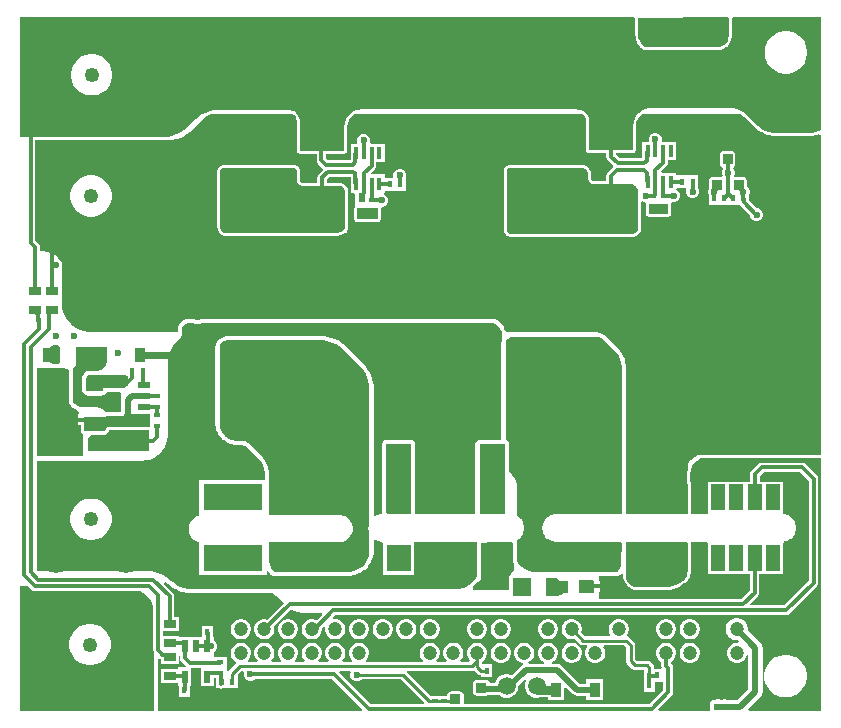
<source format=gbl>
G04*
G04 #@! TF.GenerationSoftware,Altium Limited,Altium Designer,22.5.1 (42)*
G04*
G04 Layer_Physical_Order=4*
G04 Layer_Color=16711680*
%FSLAX25Y25*%
%MOIN*%
G70*
G04*
G04 #@! TF.SameCoordinates,4CCF3D7E-3C4F-46BB-889F-021E08990E68*
G04*
G04*
G04 #@! TF.FilePolarity,Positive*
G04*
G01*
G75*
%ADD12C,0.01000*%
%ADD33C,0.03150*%
%ADD38R,0.01575X0.02362*%
%ADD39R,0.02756X0.03937*%
%ADD40C,0.01181*%
%ADD43R,0.19685X0.08661*%
%ADD44R,0.07874X0.08661*%
%ADD45R,0.04724X0.08661*%
%ADD46C,0.05906*%
%ADD47C,0.07874*%
%ADD48C,0.04724*%
%ADD49C,0.04921*%
%ADD50C,0.12598*%
%ADD51C,0.06299*%
%ADD52C,0.02362*%
%ADD53C,0.01968*%
%ADD57R,0.02362X0.01575*%
%ADD58R,0.02362X0.04331*%
%ADD59R,0.03937X0.02756*%
%ADD60R,0.03583X0.04803*%
G04:AMPARAMS|DCode=61|XSize=31.5mil|YSize=35.43mil|CornerRadius=2.84mil|HoleSize=0mil|Usage=FLASHONLY|Rotation=270.000|XOffset=0mil|YOffset=0mil|HoleType=Round|Shape=RoundedRectangle|*
%AMROUNDEDRECTD61*
21,1,0.03150,0.02976,0,0,270.0*
21,1,0.02583,0.03543,0,0,270.0*
1,1,0.00567,-0.01488,-0.01291*
1,1,0.00567,-0.01488,0.01291*
1,1,0.00567,0.01488,0.01291*
1,1,0.00567,0.01488,-0.01291*
%
%ADD61ROUNDEDRECTD61*%
%ADD62R,0.03150X0.05906*%
%ADD63R,0.03937X0.07874*%
%ADD64R,0.13386X0.07087*%
G04:AMPARAMS|DCode=65|XSize=31.5mil|YSize=35.43mil|CornerRadius=2.84mil|HoleSize=0mil|Usage=FLASHONLY|Rotation=0.000|XOffset=0mil|YOffset=0mil|HoleType=Round|Shape=RoundedRectangle|*
%AMROUNDEDRECTD65*
21,1,0.03150,0.02976,0,0,0.0*
21,1,0.02583,0.03543,0,0,0.0*
1,1,0.00567,0.01291,-0.01488*
1,1,0.00567,-0.01291,-0.01488*
1,1,0.00567,-0.01291,0.01488*
1,1,0.00567,0.01291,0.01488*
%
%ADD65ROUNDEDRECTD65*%
%ADD66R,0.01772X0.04134*%
%ADD67R,0.05906X0.03150*%
%ADD68R,0.01575X0.01575*%
%ADD69R,0.04331X0.02362*%
%ADD70C,0.02362*%
%ADD71R,0.03051X0.06398*%
%ADD72R,0.02657X0.06398*%
%ADD73R,0.02953X0.06201*%
%ADD74R,0.05217X0.01968*%
G36*
X336516Y507323D02*
Y501372D01*
X336361Y500593D01*
X336057Y499859D01*
X335615Y499198D01*
X335335Y498917D01*
X335030Y498613D01*
X334315Y498135D01*
X333520Y497806D01*
X332676Y497638D01*
X309093D01*
X308769Y497702D01*
X308463Y497829D01*
X308188Y498013D01*
X308071Y498130D01*
X307603Y498598D01*
X306867Y499699D01*
X306361Y500922D01*
X306102Y502220D01*
Y507579D01*
X336162Y507676D01*
X336516Y507323D01*
D02*
G37*
G36*
X367107Y470253D02*
X366403Y469783D01*
X365302Y469327D01*
X364134Y469095D01*
X351582D01*
X349650Y469479D01*
X347831Y470233D01*
X346193Y471327D01*
X345496Y472023D01*
X345496Y472023D01*
Y472023D01*
X342315Y475205D01*
X341779Y475690D01*
X340579Y476492D01*
X339245Y477045D01*
X337828Y477327D01*
X337106Y477362D01*
X337106Y477362D01*
X337106Y477362D01*
X310060Y477362D01*
X309566Y477338D01*
X308597Y477145D01*
X307684Y476767D01*
X306863Y476218D01*
X306496Y475886D01*
X306031Y475373D01*
X305262Y474222D01*
X304733Y472944D01*
X304463Y471588D01*
X304429Y470896D01*
Y463484D01*
X289961D01*
X289961Y473313D01*
X289944Y473642D01*
X289816Y474288D01*
X289564Y474897D01*
X289198Y475445D01*
X288976Y475689D01*
Y475689D01*
X288659Y475977D01*
X287947Y476453D01*
X287156Y476780D01*
X286383Y476934D01*
X286349Y476941D01*
X286348Y476941D01*
X286315Y476947D01*
X285888Y476968D01*
X285887Y476968D01*
X285887Y476968D01*
X285397Y476968D01*
X213801Y476968D01*
X213306Y476944D01*
X212337Y476751D01*
X211424Y476373D01*
X210603Y475824D01*
X210236Y475492D01*
X209771Y474979D01*
X209003Y473829D01*
X208473Y472551D01*
X208203Y471194D01*
X208169Y470502D01*
Y463287D01*
X193504D01*
X193504Y473034D01*
X193484Y473430D01*
X193330Y474205D01*
X193028Y474935D01*
X192589Y475593D01*
X192323Y475886D01*
X192127Y476063D01*
X191689Y476356D01*
X191202Y476557D01*
X190881Y476621D01*
X190685Y476660D01*
X190422Y476673D01*
X190422Y476673D01*
X190422Y476673D01*
X190422Y476673D01*
X165559Y476673D01*
X164618Y476629D01*
X162769Y476276D01*
X161018Y475583D01*
X159429Y474574D01*
X158712Y473961D01*
X158712Y473961D01*
X158712Y473961D01*
X158107Y473387D01*
X154866Y470146D01*
X153228Y469052D01*
X151408Y468298D01*
X149476Y467913D01*
X148491Y467913D01*
X100216D01*
Y491732D01*
Y507658D01*
X305034D01*
X305099Y507579D01*
Y502220D01*
X305118Y502123D01*
Y502025D01*
X305376Y500726D01*
X305414Y500635D01*
X305434Y500538D01*
X305940Y499315D01*
X305995Y499233D01*
X306033Y499141D01*
X306768Y498040D01*
X306838Y497970D01*
X306893Y497888D01*
X307361Y497420D01*
X307361Y497420D01*
X307478Y497303D01*
X307560Y497248D01*
X307630Y497179D01*
X307906Y496995D01*
X307997Y496957D01*
X308079Y496902D01*
X308385Y496775D01*
X308482Y496756D01*
X308573Y496718D01*
X308898Y496654D01*
X308997D01*
X309093Y496634D01*
X332676D01*
X332773Y496654D01*
X332872D01*
X333716Y496821D01*
X333807Y496859D01*
X333904Y496878D01*
X334699Y497208D01*
X334781Y497263D01*
X334872Y497301D01*
X335588Y497779D01*
X335658Y497849D01*
X335740Y497903D01*
X336044Y498208D01*
X336044Y498208D01*
X336325Y498489D01*
X336380Y498571D01*
X336450Y498641D01*
X336891Y499301D01*
X336929Y499392D01*
X336984Y499475D01*
X337288Y500209D01*
X337307Y500305D01*
X337345Y500397D01*
X337500Y501176D01*
Y501275D01*
X337519Y501372D01*
Y507323D01*
X337527Y507331D01*
X337940Y507658D01*
X367107D01*
Y470253D01*
D02*
G37*
G36*
X341160Y474897D02*
X341623Y474478D01*
X344787Y471314D01*
X344787Y471314D01*
X345483Y470617D01*
X345565Y470562D01*
X345635Y470493D01*
X347273Y469398D01*
X347364Y469360D01*
X347446Y469306D01*
X349266Y468552D01*
X349363Y468532D01*
X349455Y468495D01*
X351387Y468110D01*
X351485D01*
X351582Y468091D01*
X364134D01*
X364230Y468110D01*
X364329D01*
X365498Y468343D01*
X365589Y468380D01*
X365686Y468400D01*
X366607Y468781D01*
X367029Y468563D01*
X367107Y468468D01*
X367107Y468468D01*
Y361957D01*
X327874D01*
X327298Y361928D01*
X326169Y361704D01*
X325105Y361263D01*
X324148Y360623D01*
X323721Y360236D01*
X323521Y360016D01*
X323192Y359523D01*
X322965Y358975D01*
X322849Y358393D01*
X322834Y358097D01*
Y357138D01*
X322798Y357049D01*
X322539Y355751D01*
Y355652D01*
X322520Y355555D01*
X322520Y354893D01*
X322520Y354893D01*
X322520Y354422D01*
Y352953D01*
X322597Y352569D01*
X322814Y352243D01*
X322815Y352242D01*
Y342323D01*
X322429Y342063D01*
X322363Y342047D01*
X302625D01*
X302273Y342402D01*
X302291Y343980D01*
X302289Y343988D01*
X302291Y343996D01*
X302291Y389952D01*
X302291Y390937D01*
X302264Y391073D01*
Y391211D01*
X301880Y393143D01*
X301830Y393263D01*
X301735Y393741D01*
X300985Y395552D01*
X299895Y397182D01*
X299236Y397909D01*
X299236Y397909D01*
X297244Y399902D01*
X296560Y400522D01*
X296215Y400752D01*
X295820Y401148D01*
X295705Y401225D01*
X295607Y401322D01*
X294781Y401874D01*
X294653Y401927D01*
X294538Y402004D01*
X293621Y402384D01*
X293485Y402411D01*
X293357Y402464D01*
X292383Y402658D01*
X292245D01*
X292109Y402684D01*
X291613Y402684D01*
X291613Y402684D01*
X264737Y402684D01*
X264439Y402684D01*
X264303Y402658D01*
X264165D01*
X264165Y402658D01*
X262157D01*
X262097Y402962D01*
X262044Y403090D01*
X262017Y403225D01*
X261611Y404204D01*
X261534Y404319D01*
X261481Y404447D01*
X260893Y405327D01*
X260795Y405425D01*
X260718Y405540D01*
X260133Y406125D01*
X260018Y406202D01*
X259920Y406300D01*
X259425Y406631D01*
X259297Y406684D01*
X259182Y406761D01*
X258632Y406989D01*
X258496Y407016D01*
X258368Y407069D01*
X257947Y407153D01*
X257857D01*
X257771Y407176D01*
X257311Y407209D01*
X257261Y407202D01*
X257212Y407212D01*
X257212D01*
X257212Y407212D01*
X161000Y407212D01*
X160819Y407176D01*
X160636Y407164D01*
X159860Y406956D01*
X159038D01*
X158262Y407164D01*
X158078Y407176D01*
X157898Y407212D01*
X156347D01*
X156148Y407212D01*
X156013Y407185D01*
X155874D01*
X155485Y407107D01*
X155357Y407055D01*
X155221Y407028D01*
X154854Y406876D01*
X154739Y406799D01*
X154611Y406746D01*
X154281Y406525D01*
X154183Y406427D01*
X154068Y406350D01*
X153867Y406149D01*
X153837Y406105D01*
X153796Y406073D01*
X153683Y405942D01*
X153657Y405896D01*
X153618Y405861D01*
X153515Y405722D01*
X153493Y405674D01*
X153457Y405637D01*
X153364Y405490D01*
X153351Y405456D01*
X153263Y405370D01*
X153124Y405167D01*
X153070Y405040D01*
X152991Y404926D01*
X152936Y404798D01*
X152907Y404657D01*
X152851Y404525D01*
X152757Y404064D01*
X152757Y403923D01*
X152729Y403784D01*
X152729Y402658D01*
X123334D01*
X121402Y403042D01*
X119582Y403796D01*
X117945Y404890D01*
X117248Y405586D01*
X116437Y406398D01*
X115922Y406913D01*
X115113Y408123D01*
X114556Y409469D01*
X114272Y410897D01*
Y411625D01*
Y424372D01*
X114251Y424800D01*
X114084Y425640D01*
X113756Y426431D01*
X113280Y427143D01*
X112992Y427461D01*
X112375Y428020D01*
X110992Y428944D01*
X109456Y429580D01*
X107825Y429905D01*
X106993Y429946D01*
X106921D01*
Y431004D01*
X106921Y431004D01*
X106798Y431618D01*
X106450Y432139D01*
X105346Y433244D01*
Y466634D01*
X149696D01*
X150677Y466682D01*
X152599Y467065D01*
X154410Y467815D01*
X156040Y468904D01*
X156767Y469563D01*
X156767D01*
X161485Y474280D01*
X161750Y474545D01*
X162372Y474961D01*
X163064Y475248D01*
X163799Y475394D01*
X191323D01*
X191508Y475270D01*
X191612Y475175D01*
X191795Y474973D01*
X192139Y474460D01*
X192365Y473912D01*
X192486Y473307D01*
X192500Y473010D01*
X192500Y463287D01*
X192577Y462903D01*
X192794Y462578D01*
X193120Y462360D01*
X193504Y462284D01*
X199083D01*
Y460039D01*
X199083Y460039D01*
X199206Y459425D01*
X199554Y458904D01*
X201017Y457440D01*
X201118Y456834D01*
X199750Y455466D01*
X199402Y454945D01*
X199280Y454331D01*
X199280Y454331D01*
Y452578D01*
X194184D01*
X194150Y452580D01*
X194062Y452598D01*
X194001Y452623D01*
X193925Y452673D01*
X193919Y452679D01*
X193847Y452759D01*
X193687Y452998D01*
X193586Y453242D01*
X193530Y453524D01*
X193523Y453656D01*
Y456668D01*
X193518Y456692D01*
X193522Y456715D01*
X193481Y456883D01*
X193447Y457052D01*
X193433Y457072D01*
X193428Y457095D01*
X193231Y457514D01*
X193128Y457653D01*
X193033Y457796D01*
X192962Y457866D01*
X192880Y457921D01*
X192810Y457991D01*
X192645Y458102D01*
X192554Y458139D01*
X192472Y458194D01*
X192288Y458270D01*
X192191Y458290D01*
X192100Y458327D01*
X191905Y458366D01*
X191806D01*
X191709Y458385D01*
X167820D01*
X167723Y458366D01*
X167624D01*
X167440Y458330D01*
X167349Y458292D01*
X167252Y458273D01*
X167079Y458201D01*
X166997Y458146D01*
X166906Y458108D01*
X166750Y458004D01*
X166680Y457934D01*
X166598Y457879D01*
X166532Y457813D01*
X166532Y457813D01*
X166532Y457813D01*
X166515Y457796D01*
X166468Y457750D01*
X166413Y457667D01*
X166343Y457597D01*
X166270Y457487D01*
X166232Y457396D01*
X166177Y457314D01*
X166126Y457192D01*
X166107Y457094D01*
X166069Y457003D01*
X166043Y456873D01*
X166043Y456775D01*
X166024Y456678D01*
Y437546D01*
X166043Y437449D01*
Y437350D01*
X166121Y436961D01*
X166159Y436869D01*
X166178Y436772D01*
X166330Y436406D01*
X166385Y436323D01*
X166423Y436232D01*
X166643Y435902D01*
X166713Y435832D01*
X166768Y435750D01*
X166909Y435609D01*
X166909Y435609D01*
X167025Y435492D01*
X167108Y435437D01*
X167178Y435367D01*
X167453Y435184D01*
X167544Y435146D01*
X167626Y435091D01*
X167932Y434964D01*
X168029Y434945D01*
X168120Y434907D01*
X168445Y434842D01*
X168544D01*
X168641Y434823D01*
X206018D01*
X206115Y434842D01*
X206214D01*
X206928Y434985D01*
X207019Y435022D01*
X207116Y435042D01*
X207789Y435320D01*
X207871Y435375D01*
X207962Y435413D01*
X208568Y435818D01*
X208638Y435887D01*
X208720Y435942D01*
X209048Y436270D01*
X209102Y436352D01*
X209172Y436422D01*
X209283Y436587D01*
X209320Y436679D01*
X209375Y436761D01*
X209451Y436944D01*
X209471Y437041D01*
X209508Y437132D01*
X209547Y437327D01*
X209547Y437426D01*
X209566Y437523D01*
Y449962D01*
X209547Y450059D01*
Y450157D01*
X209483Y450482D01*
X209445Y450573D01*
X209426Y450670D01*
X209299Y450976D01*
X209244Y451058D01*
X209206Y451150D01*
X209022Y451425D01*
X208952Y451495D01*
X208897Y451577D01*
X208640Y451834D01*
X208558Y451889D01*
X208488Y451959D01*
X208158Y452180D01*
X208066Y452218D01*
X207984Y452273D01*
X207617Y452424D01*
X207520Y452444D01*
X207429Y452482D01*
X207039Y452559D01*
X206941D01*
X206844Y452578D01*
X202491D01*
Y453666D01*
X203421Y454595D01*
X210402D01*
Y452559D01*
X210402Y452559D01*
X210433Y452404D01*
Y449213D01*
X211692D01*
X211970Y448797D01*
X211910Y448652D01*
Y444882D01*
X211909Y444882D01*
X211770Y444479D01*
X211693Y444095D01*
Y440453D01*
X211770Y440069D01*
X211987Y439743D01*
X212313Y439526D01*
X212697Y439449D01*
X219390D01*
X219774Y439526D01*
X220099Y439743D01*
X220317Y440069D01*
X220393Y440453D01*
Y444095D01*
X220825Y444488D01*
X221198D01*
X221994Y444818D01*
X222603Y445427D01*
X222933Y446223D01*
Y447084D01*
X222603Y447880D01*
X221994Y448489D01*
X221455Y448713D01*
X221554Y449213D01*
X221850D01*
Y449902D01*
X225197D01*
Y449902D01*
X225697Y449902D01*
X228740D01*
Y453876D01*
X229035Y454589D01*
Y455450D01*
X228706Y456246D01*
X228097Y456855D01*
X227301Y457185D01*
X226439D01*
X225643Y456855D01*
X225034Y456246D01*
X224705Y455450D01*
Y454589D01*
X224466Y454232D01*
X221850D01*
Y455315D01*
X217392D01*
X217201Y455777D01*
X218557Y457132D01*
X218557Y457132D01*
X218905Y457653D01*
X219027Y458268D01*
X219027Y458268D01*
Y459449D01*
X221850D01*
Y465551D01*
X217109D01*
X216831Y465967D01*
X216929Y466203D01*
Y467065D01*
X216599Y467860D01*
X215990Y468469D01*
X215195Y468799D01*
X214333D01*
X213537Y468469D01*
X212928Y467860D01*
X212598Y467065D01*
Y466203D01*
X212696Y465967D01*
X212419Y465551D01*
X210433D01*
Y462360D01*
X210402Y462205D01*
X210402Y462205D01*
Y460070D01*
X202929D01*
X202295Y460705D01*
Y462284D01*
X208169D01*
X208553Y462360D01*
X208879Y462578D01*
X209096Y462903D01*
X209173Y463287D01*
Y470477D01*
X209202Y471071D01*
X209438Y472258D01*
X209892Y473353D01*
X210564Y474360D01*
X210947Y474782D01*
X211222Y475031D01*
X211765Y475394D01*
X287725D01*
X288040Y475184D01*
X288266Y474978D01*
X288405Y474825D01*
X288674Y474422D01*
X288851Y473995D01*
X288946Y473519D01*
X288957Y473288D01*
X288957Y463484D01*
X289034Y463100D01*
X289251Y462775D01*
X289577Y462557D01*
X289961Y462481D01*
X295638D01*
Y461221D01*
X295638Y461221D01*
X295761Y460606D01*
X296109Y460085D01*
X297788Y458405D01*
X297769Y457717D01*
X296109Y456057D01*
X295761Y455536D01*
X295638Y454921D01*
X295638Y454921D01*
Y453070D01*
X291608D01*
X291509Y453075D01*
X291291Y453119D01*
X291108Y453194D01*
X290923Y453318D01*
X290868Y453368D01*
X290840Y453399D01*
X290753Y453529D01*
X290703Y453651D01*
X290672Y453804D01*
X290669Y453870D01*
Y455352D01*
X290650Y455449D01*
Y455548D01*
X290546Y456067D01*
X290508Y456158D01*
X290489Y456255D01*
X290286Y456745D01*
X290232Y456827D01*
X290194Y456918D01*
X290023Y457174D01*
X289984Y457213D01*
X289958Y457260D01*
X289648Y457632D01*
X289613Y457660D01*
X289587Y457698D01*
X289515Y457746D01*
X289455Y457809D01*
X289072Y458078D01*
X288971Y458123D01*
X288879Y458185D01*
X288704Y458257D01*
X288607Y458277D01*
X288515Y458315D01*
X288256Y458366D01*
X288157D01*
X288060Y458385D01*
X263112D01*
X263015Y458366D01*
X262916Y458366D01*
X262828Y458349D01*
X262737Y458311D01*
X262640Y458291D01*
X262556Y458257D01*
X262481Y458207D01*
X262481Y458207D01*
X262474Y458202D01*
X262383Y458164D01*
X262307Y458114D01*
X262238Y458044D01*
X262230Y458039D01*
X262230Y458039D01*
X262155Y457989D01*
X262044Y457878D01*
X261989Y457796D01*
X261919Y457726D01*
X261795Y457540D01*
X261757Y457448D01*
X261702Y457366D01*
X261616Y457159D01*
X261597Y457062D01*
X261559Y456971D01*
X261516Y456751D01*
Y456652D01*
X261496Y456556D01*
Y436842D01*
X261516Y436745D01*
Y436646D01*
X261567Y436386D01*
X261605Y436295D01*
X261625Y436198D01*
X261726Y435953D01*
X261781Y435871D01*
X261819Y435780D01*
X261966Y435560D01*
X262036Y435490D01*
X262090Y435408D01*
X262184Y435314D01*
X262227Y435285D01*
X262260Y435245D01*
X262634Y434941D01*
X262677Y434919D01*
X262710Y434885D01*
X262885Y434768D01*
X262977Y434730D01*
X263059Y434675D01*
X263487Y434498D01*
X263584Y434479D01*
X263675Y434441D01*
X264130Y434350D01*
X264228D01*
X264325Y434331D01*
X303966D01*
X304063Y434350D01*
X304162D01*
X304747Y434467D01*
X304838Y434504D01*
X304935Y434524D01*
X305485Y434752D01*
X305567Y434807D01*
X305659Y434844D01*
X306154Y435176D01*
X306224Y435245D01*
X306306Y435300D01*
X306610Y435604D01*
X306665Y435687D01*
X306735Y435757D01*
X306882Y435977D01*
X306920Y436068D01*
X306975Y436150D01*
X307076Y436395D01*
X307096Y436492D01*
X307133Y436583D01*
X307185Y436843D01*
Y436942D01*
X307204Y437039D01*
Y446068D01*
X307704Y446322D01*
X308329Y446063D01*
X308530D01*
X308937Y445571D01*
Y442224D01*
X309014Y441840D01*
X309231Y441515D01*
X309557Y441297D01*
X309941Y441221D01*
X316240D01*
X316624Y441297D01*
X316950Y441515D01*
X317167Y441840D01*
X317244Y442224D01*
Y445571D01*
X317215Y445714D01*
X317640Y446079D01*
X317680Y446063D01*
X318541D01*
X319337Y446393D01*
X319946Y447002D01*
X320276Y447798D01*
Y448659D01*
X319946Y449455D01*
X319337Y450064D01*
X318996Y450205D01*
Y450230D01*
X319094Y450689D01*
X322064D01*
X322342Y450273D01*
X322244Y450037D01*
Y449176D01*
X322574Y448380D01*
X323183Y447771D01*
X323979Y447441D01*
X324840D01*
X325636Y447771D01*
X326245Y448380D01*
X326575Y449176D01*
Y450037D01*
X326245Y450833D01*
X326181Y450897D01*
Y455020D01*
X323138D01*
X322638Y455020D01*
Y455020D01*
X322638D01*
Y455020D01*
X319094D01*
X318996Y455479D01*
Y455905D01*
X314198D01*
X313991Y456405D01*
X315702Y458117D01*
X315702Y458117D01*
X316050Y458638D01*
X316173Y459252D01*
Y460039D01*
X318996D01*
Y466142D01*
X314336D01*
X314058Y466558D01*
X314075Y466597D01*
Y467458D01*
X313745Y468254D01*
X313136Y468863D01*
X312340Y469193D01*
X311479D01*
X310683Y468863D01*
X310074Y468254D01*
X309744Y467458D01*
Y466597D01*
X309760Y466558D01*
X309483Y466142D01*
X307579D01*
Y462951D01*
X307548Y462795D01*
X307548Y462795D01*
Y460661D01*
X300075D01*
X298850Y461886D01*
Y462481D01*
X304429D01*
X304813Y462557D01*
X305139Y462775D01*
X305356Y463100D01*
X305433Y463484D01*
Y470871D01*
X305462Y471464D01*
X305698Y472652D01*
X306152Y473747D01*
X306824Y474754D01*
X307207Y475175D01*
X307447Y475394D01*
X340417D01*
X341160Y474897D01*
D02*
G37*
G36*
X316240Y442224D02*
X309941D01*
Y445571D01*
X316240D01*
Y442224D01*
D02*
G37*
G36*
X219390Y440453D02*
X212697D01*
Y444095D01*
X219390D01*
Y440453D01*
D02*
G37*
G36*
X191904Y457343D02*
X192087Y457267D01*
X192253Y457157D01*
X192323Y457087D01*
X192520Y456668D01*
Y453632D01*
X192531Y453401D01*
X192621Y452949D01*
X192797Y452523D01*
X193054Y452140D01*
X193209Y451968D01*
X193209Y451968D01*
X193306Y451880D01*
X193526Y451733D01*
X193769Y451633D01*
X194027Y451581D01*
X194159Y451575D01*
X206844D01*
X207233Y451497D01*
X207600Y451345D01*
X207930Y451125D01*
X208188Y450867D01*
X208372Y450592D01*
X208498Y450286D01*
X208563Y449962D01*
Y437523D01*
X208524Y437328D01*
X208448Y437145D01*
X208338Y436980D01*
X208010Y436652D01*
X207405Y436247D01*
X206732Y435969D01*
X206018Y435827D01*
X168641D01*
X168316Y435891D01*
X168010Y436018D01*
X167735Y436202D01*
X167618Y436319D01*
X167478Y436459D01*
X167257Y436790D01*
X167105Y437156D01*
X167028Y437546D01*
Y456678D01*
X167053Y456807D01*
X167104Y456930D01*
X167178Y457040D01*
X167224Y457087D01*
Y457087D01*
X167241Y457103D01*
X167307Y457170D01*
X167463Y457274D01*
X167636Y457345D01*
X167820Y457382D01*
X191709D01*
X191904Y457343D01*
D02*
G37*
G36*
X288319Y457330D02*
X288495Y457258D01*
X288878Y456988D01*
Y456988D01*
X289188Y456617D01*
X289359Y456361D01*
X289562Y455871D01*
X289665Y455352D01*
Y453846D01*
X289673Y453681D01*
X289738Y453358D01*
X289864Y453054D01*
X290047Y452780D01*
X290158Y452658D01*
X290304Y452525D01*
X290633Y452305D01*
X290998Y452154D01*
X291386Y452077D01*
X291583Y452067D01*
X303982D01*
X304436Y451976D01*
X304864Y451799D01*
X305250Y451542D01*
X305413Y451378D01*
X305601Y451191D01*
X305895Y450750D01*
X306098Y450261D01*
X306201Y449742D01*
Y437039D01*
X306149Y436779D01*
X306048Y436534D01*
X305901Y436314D01*
X305596Y436010D01*
X305101Y435679D01*
X304551Y435451D01*
X303966Y435335D01*
X264325D01*
X263871Y435425D01*
X263443Y435602D01*
X263268Y435719D01*
X262894Y436024D01*
Y436024D01*
X262800Y436117D01*
X262653Y436337D01*
X262552Y436582D01*
X262500Y436842D01*
Y456556D01*
X262544Y456775D01*
X262629Y456982D01*
X262754Y457168D01*
X262865Y457279D01*
X262940Y457330D01*
X263024Y457364D01*
X263112Y457382D01*
X288060D01*
X288319Y457330D01*
D02*
G37*
G36*
X257212Y405807D02*
X257212Y405807D01*
X257212D01*
X257673Y405775D01*
X258094Y405691D01*
X258644Y405463D01*
X259140Y405132D01*
X259725Y404547D01*
X260313Y403666D01*
X260719Y402688D01*
X260925Y401649D01*
X260925Y401119D01*
Y400360D01*
X260873Y400233D01*
X260846Y400097D01*
X260793Y399969D01*
X260790Y399954D01*
X260790Y399906D01*
X260774Y399861D01*
X260713Y399386D01*
X260716Y399345D01*
X260705Y399305D01*
X260711Y399255D01*
X260701Y399206D01*
Y366858D01*
X253445D01*
X252907Y366751D01*
X252451Y366446D01*
X252147Y365990D01*
X252040Y365453D01*
Y352625D01*
D01*
Y342717D01*
Y342473D01*
X252035Y342467D01*
X251601Y342114D01*
X232172Y342071D01*
X231818Y342424D01*
Y365453D01*
X231711Y365990D01*
X231407Y366446D01*
X230951Y366751D01*
X230413Y366858D01*
X222342D01*
X221805Y366751D01*
X221349Y366446D01*
X221044Y365990D01*
X220938Y365453D01*
Y342522D01*
X220928Y342469D01*
X220582Y342068D01*
X220523Y342045D01*
X220389Y342043D01*
X220262Y342016D01*
X220132Y342006D01*
X219240Y341756D01*
X219124Y341697D01*
X219002Y341654D01*
X218579Y341404D01*
X218079Y341690D01*
X218079Y384013D01*
X218079Y384013D01*
X218079Y384998D01*
X218052Y385134D01*
Y385272D01*
X217668Y387204D01*
X217615Y387332D01*
X217588Y387468D01*
X216834Y389287D01*
X216757Y389403D01*
X216704Y389530D01*
X215610Y391168D01*
X215512Y391266D01*
X215435Y391381D01*
X214738Y392077D01*
X208785Y398031D01*
X208785Y398031D01*
X208089Y398727D01*
X207974Y398804D01*
X207876Y398902D01*
X206238Y399996D01*
X206110Y400049D01*
X205995Y400126D01*
X204175Y400880D01*
X204040Y400907D01*
X203912Y400960D01*
X201980Y401344D01*
X201841D01*
X201706Y401371D01*
X200721Y401371D01*
X169331Y401371D01*
X169331Y401371D01*
X169051D01*
X168915Y401344D01*
X168777D01*
X168226Y401234D01*
X168098Y401182D01*
X167962Y401155D01*
X167443Y400940D01*
X167328Y400863D01*
X167200Y400810D01*
X166733Y400498D01*
X166635Y400400D01*
X166520Y400323D01*
X166322Y400125D01*
X166271Y400074D01*
X166271Y400074D01*
X166271Y400074D01*
X166154Y399957D01*
X166077Y399842D01*
X165979Y399744D01*
X165796Y399469D01*
X165743Y399341D01*
X165666Y399226D01*
X165539Y398920D01*
X165512Y398784D01*
X165459Y398656D01*
X165394Y398332D01*
Y398193D01*
X165367Y398058D01*
X165367Y397892D01*
Y372313D01*
Y371750D01*
X165394Y371614D01*
Y371476D01*
X165614Y370372D01*
X165667Y370245D01*
X165694Y370109D01*
X166124Y369069D01*
X166201Y368954D01*
X166254Y368826D01*
X166880Y367891D01*
X166977Y367793D01*
X167054Y367678D01*
X167452Y367280D01*
X167873Y366859D01*
X167989Y366782D01*
X168086Y366684D01*
X169077Y366022D01*
X169205Y365969D01*
X169320Y365892D01*
X170421Y365436D01*
X170556Y365409D01*
X170684Y365356D01*
X171853Y365124D01*
X171991D01*
X172127Y365097D01*
X173824D01*
X174152Y365080D01*
X174829Y364946D01*
X175434Y364695D01*
X176007Y364312D01*
X176250Y364092D01*
X179262Y361080D01*
X179829Y360455D01*
X180783Y359026D01*
X181428Y357471D01*
X181763Y355785D01*
X181804Y354943D01*
Y353346D01*
X160040D01*
Y341929D01*
X159778Y341537D01*
X159341Y341427D01*
X159221Y341370D01*
X159096Y341329D01*
X158286Y340875D01*
X158185Y340789D01*
X158075Y340717D01*
X157410Y340068D01*
X157336Y339959D01*
X157248Y339861D01*
X156775Y339061D01*
X156731Y338937D01*
X156672Y338819D01*
X156423Y337924D01*
X156414Y337792D01*
X156387Y337663D01*
X156380Y336734D01*
X156405Y336604D01*
X156412Y336473D01*
X156647Y335574D01*
X156705Y335455D01*
X156746Y335330D01*
X157207Y334523D01*
X157293Y334423D01*
X157366Y334314D01*
X158021Y333654D01*
X158130Y333580D01*
X158229Y333493D01*
X159032Y333027D01*
X159157Y332984D01*
X159275Y332925D01*
X160039Y332720D01*
Y321850D01*
X182480D01*
Y323053D01*
X182980Y323204D01*
X183491Y322441D01*
X183589Y322343D01*
X183661Y322234D01*
Y321850D01*
X184043D01*
X184086Y321807D01*
X184541Y321503D01*
X185079Y321396D01*
X209142Y321396D01*
X209903D01*
X210039Y321423D01*
X210177D01*
X211670Y321720D01*
X211798Y321773D01*
X211934Y321800D01*
X213340Y322382D01*
X213456Y322459D01*
X213583Y322512D01*
X214849Y323358D01*
X214947Y323456D01*
X215062Y323533D01*
X216092Y324563D01*
X216169Y324678D01*
X216267Y324776D01*
X217039Y325931D01*
X217092Y326059D01*
X217169Y326174D01*
X217701Y327459D01*
X217728Y327594D01*
X217781Y327722D01*
X218052Y329085D01*
Y329224D01*
X218079Y329360D01*
X218079Y330055D01*
Y333304D01*
X218579Y333589D01*
X219002Y333340D01*
X219124Y333297D01*
X219240Y333238D01*
X220132Y332988D01*
X220262Y332978D01*
X220389Y332951D01*
X220852Y332945D01*
X221063Y332527D01*
Y321850D01*
X231693D01*
Y332944D01*
X252559Y332944D01*
Y321850D01*
X252559Y321850D01*
X252633Y321434D01*
X252643Y321350D01*
X252078Y320631D01*
X251729Y320331D01*
X249874Y318476D01*
X248883Y317814D01*
X247782Y317358D01*
X246614Y317126D01*
X246018Y317126D01*
X157457D01*
X156472Y317126D01*
X154540Y317510D01*
X152720Y318264D01*
X151082Y319358D01*
X150660Y319780D01*
X150307Y320134D01*
Y320134D01*
X150307Y320134D01*
X149587Y320786D01*
X147975Y321863D01*
X146183Y322605D01*
X144281Y322984D01*
X143311Y323031D01*
X131693Y323031D01*
X106278Y323031D01*
X105846Y323463D01*
Y359941D01*
X141049D01*
X141840Y359980D01*
X143390Y360288D01*
X144851Y360893D01*
X146166Y361772D01*
X146752Y362303D01*
X147394Y363012D01*
X148456Y364600D01*
X149187Y366365D01*
X149559Y368239D01*
X149606Y369194D01*
X149606Y392708D01*
Y393693D01*
X149991Y395625D01*
X150744Y397445D01*
X151839Y399083D01*
X152535Y399779D01*
X153901Y401145D01*
X153954Y401203D01*
X154040Y401332D01*
X154040Y401333D01*
X154100Y401476D01*
X154100Y401476D01*
X154130Y401629D01*
X154134Y401707D01*
X154134Y403784D01*
X154228Y404245D01*
X154283Y404373D01*
X154422Y404576D01*
X154510Y404662D01*
X154551Y404739D01*
X154644Y404885D01*
X154747Y405024D01*
X154860Y405155D01*
X155062Y405357D01*
X155392Y405578D01*
X155759Y405730D01*
X156148Y405807D01*
X156347Y405807D01*
X157898D01*
X158853Y405551D01*
X160045D01*
X161000Y405807D01*
X257212Y405807D01*
X257212Y405807D01*
D02*
G37*
G36*
X293083Y401086D02*
X294001Y400706D01*
X294826Y400154D01*
X295177Y399803D01*
X297957Y397023D01*
X297957Y397023D01*
X298653Y396327D01*
X299748Y394689D01*
X300501Y392869D01*
X300886Y390937D01*
X300886Y389952D01*
X300886Y343996D01*
X300864Y342047D01*
X278937D01*
X278476Y342050D01*
X278346Y342026D01*
X278215Y342018D01*
X277308Y341781D01*
X277189Y341723D01*
X277064Y341682D01*
X276249Y341217D01*
X276150Y341130D01*
X276040Y341058D01*
X275374Y340397D01*
X275301Y340288D01*
X275213Y340189D01*
X274742Y339378D01*
X274700Y339253D01*
X274641Y339135D01*
X274397Y338230D01*
X274389Y338098D01*
X274363Y337969D01*
X274363Y337031D01*
X274389Y336902D01*
X274397Y336770D01*
X274641Y335865D01*
X274700Y335747D01*
X274742Y335622D01*
X275213Y334811D01*
X275301Y334712D01*
X275374Y334603D01*
X276040Y333942D01*
X276150Y333870D01*
X276249Y333783D01*
X277064Y333318D01*
X277189Y333277D01*
X277308Y333219D01*
X278215Y332982D01*
X278346Y332974D01*
X278476Y332950D01*
X278941Y332953D01*
X300407D01*
X300758Y332598D01*
X300689Y326400D01*
X300689Y326400D01*
X300689Y325903D01*
X300495Y324929D01*
X300115Y324011D01*
X299563Y323186D01*
X299212Y322835D01*
X271322D01*
X269959Y323106D01*
X268675Y323638D01*
X267519Y324410D01*
X267028Y324902D01*
X266747Y325182D01*
X266305Y325843D01*
X266001Y326577D01*
X265846Y327356D01*
Y333468D01*
X266374Y333764D01*
X266474Y333849D01*
X266584Y333921D01*
X267265Y334586D01*
X267339Y334695D01*
X267427Y334793D01*
X267911Y335612D01*
X267955Y335737D01*
X268014Y335855D01*
X268269Y336771D01*
X268279Y336903D01*
X268305Y337032D01*
X268313Y337983D01*
X268288Y338113D01*
X268280Y338245D01*
X268040Y339165D01*
X267982Y339284D01*
X267940Y339409D01*
X267469Y340235D01*
X267383Y340335D01*
X267310Y340444D01*
X266640Y341120D01*
X266530Y341193D01*
X266431Y341281D01*
X265846Y341620D01*
Y351415D01*
X265846D01*
X265846Y351415D01*
X265821Y351942D01*
X265615Y352975D01*
X265212Y353949D01*
X264626Y354826D01*
X264272Y355217D01*
X263757Y355731D01*
X263314Y356394D01*
Y365453D01*
X263208Y365990D01*
X262903Y366446D01*
X262447Y366751D01*
X262106Y366819D01*
Y399206D01*
X262106Y399206D01*
X262168Y399680D01*
X262171Y399696D01*
X262298Y400001D01*
X262481Y400277D01*
X262598Y400394D01*
X262809Y400604D01*
X263304Y400935D01*
X263855Y401163D01*
X264439Y401279D01*
X264737Y401279D01*
X291613Y401279D01*
X291613Y401279D01*
X291613Y401279D01*
X292109Y401279D01*
X293083Y401086D01*
D02*
G37*
G36*
X112672Y398387D02*
X112855Y398310D01*
X113020Y398200D01*
X113091Y398130D01*
X113389Y397753D01*
X113452Y397659D01*
X113604Y397292D01*
X113681Y396903D01*
Y393035D01*
X113642Y392840D01*
X113566Y392657D01*
X113456Y392492D01*
X113292Y392328D01*
X113072Y392180D01*
X112827Y392079D01*
X112568Y392028D01*
X111440D01*
X111246Y392066D01*
X111224Y392075D01*
X110827Y392323D01*
X110729Y392411D01*
X110510Y392558D01*
X110510Y392558D01*
X110437Y392588D01*
X110266Y392659D01*
X110008Y392710D01*
X109876Y392717D01*
X107776D01*
Y397539D01*
X109442D01*
X109607Y397548D01*
X109930Y397612D01*
X110234Y397738D01*
X110508Y397921D01*
X110630Y398031D01*
X110630D01*
X110676Y398077D01*
X110758Y398160D01*
X110953Y398290D01*
X111169Y398379D01*
X111399Y398425D01*
X112477D01*
X112672Y398387D01*
D02*
G37*
G36*
X129232Y393117D02*
X129232D01*
Y392952D01*
X129168Y392627D01*
X129041Y392321D01*
X128857Y392046D01*
X128740Y391929D01*
X127050Y390239D01*
X126984Y390173D01*
X126828Y390069D01*
X126655Y389997D01*
X126472Y389961D01*
X126378Y389961D01*
X124128D01*
X123799Y389944D01*
X123521Y389889D01*
X123145D01*
X123015Y389863D01*
X123015Y389863D01*
X123010Y389862D01*
X122871D01*
X122741Y389836D01*
X122614Y389783D01*
X122478Y389756D01*
X122355Y389706D01*
X122245Y389632D01*
X122245Y389632D01*
X122240Y389629D01*
X122113Y389576D01*
X122002Y389502D01*
X121905Y389405D01*
X121790Y389328D01*
X121743Y389281D01*
X121602Y389141D01*
X121526Y389025D01*
X121428Y388928D01*
X121207Y388597D01*
X121154Y388469D01*
X121077Y388354D01*
X120925Y387987D01*
X120898Y387852D01*
X120845Y387724D01*
X120768Y387334D01*
Y387196D01*
X120741Y387060D01*
Y383987D01*
X120768Y383852D01*
X120768Y383713D01*
X120819Y383454D01*
X120872Y383326D01*
X120899Y383190D01*
X121001Y382945D01*
X121078Y382830D01*
X121131Y382702D01*
X121278Y382482D01*
X121376Y382384D01*
X121452Y382269D01*
X121546Y382176D01*
X121593Y382129D01*
X121708Y382052D01*
X121806Y381954D01*
X121916Y381881D01*
X122038Y381830D01*
X122038Y381830D01*
X122044Y381828D01*
X122048Y381824D01*
X122048Y381824D01*
X122159Y381751D01*
X122281Y381700D01*
X122417Y381673D01*
X122545Y381620D01*
X122674Y381594D01*
X122813Y381594D01*
X122819Y381593D01*
X122819Y381593D01*
X122948Y381568D01*
X127021D01*
X127157Y381594D01*
X127295D01*
X127684Y381672D01*
X127812Y381725D01*
X127948Y381752D01*
X128294Y381895D01*
X128749Y382200D01*
X129050Y382650D01*
X133435D01*
X133858Y382399D01*
X133858Y376181D01*
X129051D01*
X128921Y376207D01*
X128799Y376258D01*
X128689Y376331D01*
X128642Y376378D01*
X128642D01*
X128324Y376666D01*
X127612Y377142D01*
X126821Y377469D01*
X125981Y377636D01*
X125553Y377658D01*
X121773Y377658D01*
X121276Y377658D01*
X120303Y377851D01*
X119385Y378231D01*
X118560Y378783D01*
X118138Y379204D01*
X118028Y379369D01*
X117952Y379553D01*
X117913Y379747D01*
Y389594D01*
X117913Y389594D01*
X117950Y390078D01*
X118030Y390476D01*
X118258Y391026D01*
X118589Y391522D01*
X118799Y391732D01*
X118843Y391781D01*
X118917Y391891D01*
X118967Y392012D01*
X118993Y392142D01*
X118996Y392208D01*
X118996Y397933D01*
X129232D01*
Y393117D01*
D02*
G37*
G36*
X135490Y388471D02*
X135552Y388446D01*
X135607Y388409D01*
X135630Y388386D01*
X135971Y388045D01*
X136054Y387962D01*
X136184Y387768D01*
X136273Y387551D01*
X136319Y387322D01*
Y387205D01*
Y385555D01*
Y385456D01*
X136280Y385261D01*
X136204Y385078D01*
X136094Y384913D01*
X136024Y384842D01*
X135813Y384632D01*
X135318Y384301D01*
X134767Y384073D01*
X134678Y384055D01*
X127756D01*
Y383193D01*
X127410Y383050D01*
X127021Y382972D01*
X122948D01*
X122819Y382998D01*
X122696Y383049D01*
X122586Y383122D01*
X122539Y383169D01*
X122446Y383263D01*
X122299Y383483D01*
X122197Y383728D01*
X122146Y383987D01*
Y384120D01*
Y386862D01*
Y387060D01*
X122223Y387450D01*
X122375Y387817D01*
X122596Y388147D01*
X122736Y388287D01*
X122783Y388334D01*
X122893Y388408D01*
X123015Y388458D01*
X123145Y388484D01*
X135425D01*
X135490Y388471D01*
D02*
G37*
G36*
X143405Y371521D02*
X143110Y371279D01*
X129823D01*
X129439Y371203D01*
X129113Y370985D01*
X128896Y370660D01*
X128863Y370497D01*
X128150Y369783D01*
X121457D01*
Y371752D01*
X121555D01*
Y374311D01*
X128642D01*
X129107Y374776D01*
X133858D01*
X134396Y374883D01*
X134852Y375188D01*
X134924Y375295D01*
X143405D01*
Y371521D01*
D02*
G37*
G36*
X143110Y363189D02*
X122933D01*
Y367618D01*
X123721Y368406D01*
X128445D01*
X129823Y369783D01*
Y370276D01*
X143110D01*
Y363189D01*
D02*
G37*
G36*
X115492Y390606D02*
X116165Y390327D01*
X116541Y390076D01*
X116513Y389701D01*
X116513Y389697D01*
X116512Y389693D01*
X116518Y389643D01*
X116508Y389594D01*
Y379747D01*
X116535Y379612D01*
Y379473D01*
X116574Y379278D01*
X116627Y379151D01*
X116654Y379015D01*
X116730Y378832D01*
X116807Y378716D01*
X116860Y378589D01*
X116970Y378424D01*
X117068Y378326D01*
X117145Y378211D01*
X117566Y377789D01*
X117681Y377712D01*
X117779Y377615D01*
X118605Y377063D01*
X118733Y377010D01*
X118848Y376933D01*
X119236Y376772D01*
X119889Y375795D01*
X119622Y375295D01*
X119488D01*
Y371752D01*
X120453D01*
Y369783D01*
X120529Y369399D01*
X120747Y369074D01*
X121073Y368856D01*
X121358Y368799D01*
Y361346D01*
X105846D01*
X105709Y361458D01*
Y390748D01*
X114778D01*
X115492Y390606D01*
D02*
G37*
G36*
X367107Y276594D02*
X343153D01*
X342962Y277056D01*
X347077Y281171D01*
X347599Y281952D01*
X347782Y282874D01*
Y297539D01*
X347599Y298461D01*
X347077Y299242D01*
X342913Y303406D01*
Y304233D01*
X342658Y305184D01*
X342166Y306037D01*
X341470Y306733D01*
X340617Y307225D01*
X339666Y307480D01*
X338681D01*
X337730Y307225D01*
X336877Y306733D01*
X336180Y306037D01*
X335688Y305184D01*
X335433Y304233D01*
Y303248D01*
X335688Y302296D01*
X336180Y301444D01*
X336877Y300747D01*
X337730Y300255D01*
X338681Y300000D01*
X339507D01*
X339837Y299671D01*
X339645Y299276D01*
X339588Y299213D01*
X338733D01*
X337882Y298985D01*
X337119Y298544D01*
X336495Y297921D01*
X336055Y297158D01*
X335827Y296307D01*
Y295426D01*
X336055Y294574D01*
X336495Y293811D01*
X337119Y293188D01*
X337882Y292748D01*
X338733Y292520D01*
X339614D01*
X340465Y292748D01*
X341228Y293188D01*
X341851Y293811D01*
X342292Y294574D01*
X342465Y295223D01*
X342966Y295158D01*
Y283872D01*
X339258Y280164D01*
X336037D01*
X335475Y280315D01*
X334801D01*
X334167Y280145D01*
X333864D01*
X333230Y280315D01*
X332557D01*
X331923Y280145D01*
X331594D01*
X331057Y280038D01*
X330601Y279734D01*
X330296Y279278D01*
X330189Y278740D01*
Y276772D01*
X330044Y276594D01*
X313081D01*
X312890Y277056D01*
X317375Y281542D01*
X317375Y281542D01*
X317724Y282063D01*
X317846Y282677D01*
X317846Y282677D01*
Y286221D01*
X318012D01*
Y290551D01*
X318012D01*
X317821Y290972D01*
X317724Y291461D01*
X317375Y291982D01*
X317157Y292200D01*
Y292929D01*
X317606Y293188D01*
X318229Y293811D01*
X318670Y294574D01*
X318898Y295426D01*
Y296307D01*
X318670Y297158D01*
X318229Y297921D01*
X317606Y298544D01*
X316843Y298985D01*
X315992Y299213D01*
X315111D01*
X314260Y298985D01*
X313496Y298544D01*
X312873Y297921D01*
X312433Y297158D01*
X312205Y296307D01*
Y295426D01*
X312433Y294574D01*
X312873Y293811D01*
X313496Y293188D01*
X313946Y292929D01*
Y291535D01*
X313946Y291535D01*
X314042Y291051D01*
X314042Y291015D01*
X313759Y290551D01*
X311553D01*
Y290945D01*
X311438Y291524D01*
X311109Y292015D01*
X311109Y292015D01*
X310420Y292704D01*
X309929Y293032D01*
X309350Y293147D01*
X309350Y293147D01*
X305942D01*
X305254Y293835D01*
Y298425D01*
X305138Y299004D01*
X304810Y299495D01*
X304810Y299495D01*
X303342Y300964D01*
X302851Y301292D01*
X302804Y301301D01*
X302726Y301394D01*
X302579Y301856D01*
X302922Y302449D01*
X303150Y303300D01*
Y304181D01*
X302922Y305032D01*
X302481Y305795D01*
X301858Y306418D01*
X301095Y306859D01*
X300244Y307087D01*
X299363D01*
X298512Y306859D01*
X297748Y306418D01*
X297125Y305795D01*
X296685Y305032D01*
X296457Y304181D01*
Y303300D01*
X296685Y302449D01*
X296997Y301907D01*
X296729Y301407D01*
X288528D01*
X287240Y302696D01*
X287402Y303300D01*
Y304181D01*
X287174Y305032D01*
X286733Y305795D01*
X286110Y306418D01*
X285347Y306859D01*
X284496Y307087D01*
X283615D01*
X282763Y306859D01*
X282000Y306418D01*
X281377Y305795D01*
X280937Y305032D01*
X280709Y304181D01*
Y303300D01*
X280937Y302449D01*
X281377Y301685D01*
X282000Y301062D01*
X282763Y300622D01*
X283615Y300394D01*
X284496D01*
X285100Y300555D01*
X286831Y298824D01*
X286831Y298824D01*
X287322Y298496D01*
X287902Y298380D01*
X287902Y298380D01*
X289061D01*
X289150Y298166D01*
X289228Y297880D01*
X288811Y297158D01*
X288583Y296307D01*
Y295426D01*
X288811Y294574D01*
X289251Y293811D01*
X289874Y293188D01*
X290637Y292748D01*
X291489Y292520D01*
X292370D01*
X293221Y292748D01*
X293984Y293188D01*
X294607Y293811D01*
X295047Y294574D01*
X295276Y295426D01*
Y296307D01*
X295047Y297158D01*
X294630Y297880D01*
X294708Y298166D01*
X294797Y298380D01*
X301645D01*
X302227Y297798D01*
Y293209D01*
X302227Y293209D01*
X302342Y292630D01*
X302670Y292139D01*
X304245Y290564D01*
X304245Y290564D01*
X304736Y290236D01*
X305315Y290121D01*
X308268D01*
Y286122D01*
X308268D01*
Y282874D01*
X311811D01*
Y286221D01*
X314469D01*
X314634Y285789D01*
Y283342D01*
X310063Y278771D01*
X248443D01*
X248155Y279122D01*
Y281705D01*
X248056Y282199D01*
X247776Y282619D01*
X247357Y282899D01*
X246862Y282997D01*
X243886D01*
X243391Y282899D01*
X242972Y282619D01*
X242692Y282199D01*
X242593Y281705D01*
Y281594D01*
X240748D01*
Y281594D01*
X236786D01*
X229047Y289333D01*
X229254Y289833D01*
X250894D01*
X250894Y289833D01*
X251473Y289948D01*
X251556Y290004D01*
X252768Y288792D01*
X252768Y288792D01*
X253259Y288464D01*
X253839Y288349D01*
X253937D01*
Y287697D01*
X257480D01*
Y292028D01*
X254072D01*
Y292876D01*
X254614Y293188D01*
X255237Y293811D01*
X255677Y294574D01*
X255906Y295426D01*
Y296307D01*
X255677Y297158D01*
X255237Y297921D01*
X254614Y298544D01*
X253851Y298985D01*
X253000Y299213D01*
X252118D01*
X251267Y298985D01*
X250504Y298544D01*
X249881Y297921D01*
X249441Y297158D01*
X249213Y296307D01*
Y295426D01*
X249441Y294574D01*
X249881Y293811D01*
X250196Y293496D01*
X250216Y293323D01*
X249832Y292860D01*
X247118D01*
X246911Y293360D01*
X247363Y293811D01*
X247803Y294574D01*
X248031Y295426D01*
Y296307D01*
X247803Y297158D01*
X247363Y297921D01*
X246740Y298544D01*
X245977Y298985D01*
X245126Y299213D01*
X244245D01*
X243393Y298985D01*
X242630Y298544D01*
X242007Y297921D01*
X241567Y297158D01*
X241339Y296307D01*
Y295426D01*
X241567Y294574D01*
X242007Y293811D01*
X242459Y293360D01*
X242252Y292860D01*
X239244D01*
X239037Y293360D01*
X239489Y293811D01*
X239929Y294574D01*
X240158Y295426D01*
Y296307D01*
X239929Y297158D01*
X239489Y297921D01*
X238866Y298544D01*
X238103Y298985D01*
X237252Y299213D01*
X236370D01*
X235519Y298985D01*
X234756Y298544D01*
X234133Y297921D01*
X233693Y297158D01*
X233465Y296307D01*
Y295426D01*
X233693Y294574D01*
X234133Y293811D01*
X234585Y293360D01*
X234378Y292860D01*
X215622D01*
X215415Y293360D01*
X215867Y293811D01*
X216307Y294574D01*
X216535Y295426D01*
Y296307D01*
X216307Y297158D01*
X215867Y297921D01*
X215244Y298544D01*
X214481Y298985D01*
X213630Y299213D01*
X212748D01*
X211897Y298985D01*
X211134Y298544D01*
X210511Y297921D01*
X210071Y297158D01*
X209842Y296307D01*
Y295426D01*
X210071Y294574D01*
X210511Y293811D01*
X210963Y293360D01*
X210756Y292860D01*
X207748D01*
X207541Y293360D01*
X207993Y293811D01*
X208433Y294574D01*
X208661Y295426D01*
Y296307D01*
X208433Y297158D01*
X207993Y297921D01*
X207370Y298544D01*
X206607Y298985D01*
X205755Y299213D01*
X204874D01*
X204023Y298985D01*
X203260Y298544D01*
X202637Y297921D01*
X202197Y297158D01*
X201969Y296307D01*
Y295426D01*
X202197Y294574D01*
X202637Y293811D01*
X203089Y293360D01*
X202882Y292860D01*
X199874D01*
X199667Y293360D01*
X200119Y293811D01*
X200559Y294574D01*
X200787Y295426D01*
Y296307D01*
X200559Y297158D01*
X200119Y297921D01*
X199496Y298544D01*
X198733Y298985D01*
X197881Y299213D01*
X197000D01*
X196149Y298985D01*
X195386Y298544D01*
X194763Y297921D01*
X194323Y297158D01*
X194095Y296307D01*
Y295426D01*
X194323Y294574D01*
X194763Y293811D01*
X195215Y293360D01*
X195008Y292860D01*
X192000D01*
X191793Y293360D01*
X192245Y293811D01*
X192685Y294574D01*
X192913Y295426D01*
Y296307D01*
X192685Y297158D01*
X192245Y297921D01*
X191622Y298544D01*
X190859Y298985D01*
X190007Y299213D01*
X189126D01*
X188275Y298985D01*
X187512Y298544D01*
X186889Y297921D01*
X186449Y297158D01*
X186221Y296307D01*
Y295426D01*
X186449Y294574D01*
X186889Y293811D01*
X187341Y293360D01*
X187134Y292860D01*
X184126D01*
X183919Y293360D01*
X184371Y293811D01*
X184811Y294574D01*
X185039Y295426D01*
Y296307D01*
X184811Y297158D01*
X184371Y297921D01*
X183748Y298544D01*
X182985Y298985D01*
X182133Y299213D01*
X181252D01*
X180401Y298985D01*
X179638Y298544D01*
X179015Y297921D01*
X178575Y297158D01*
X178347Y296307D01*
Y295426D01*
X178575Y294574D01*
X179015Y293811D01*
X179467Y293360D01*
X179260Y292860D01*
X176252D01*
X176045Y293360D01*
X176497Y293811D01*
X176937Y294574D01*
X177165Y295426D01*
Y296307D01*
X176937Y297158D01*
X176497Y297921D01*
X175874Y298544D01*
X175111Y298985D01*
X174259Y299213D01*
X173378D01*
X172527Y298985D01*
X171764Y298544D01*
X171141Y297921D01*
X170701Y297158D01*
X170472Y296307D01*
Y295426D01*
X170701Y294574D01*
X171141Y293811D01*
X171764Y293188D01*
X172222Y292924D01*
X172282Y292709D01*
X172267Y292321D01*
X169895Y289948D01*
X169693Y289646D01*
X169193Y289798D01*
Y290945D01*
X169193Y290945D01*
X169193D01*
Y294488D01*
X165013D01*
X164823Y294890D01*
X164815Y294969D01*
Y296120D01*
X165058Y296220D01*
X165667Y296829D01*
X165996Y297625D01*
Y298486D01*
X165667Y299282D01*
X165058Y299891D01*
X164815Y299992D01*
Y301205D01*
X164421D01*
Y304847D01*
X160878D01*
Y301205D01*
X153051D01*
Y301575D01*
X147865D01*
Y303150D01*
X153051D01*
Y307874D01*
X151704D01*
Y314665D01*
X151582Y315280D01*
X151234Y315801D01*
X151234Y315801D01*
X148132Y318902D01*
X148395Y319296D01*
X148966Y319453D01*
X149338Y319116D01*
X149667Y318787D01*
X150089Y318365D01*
X150204Y318288D01*
X150301Y318190D01*
X151939Y317096D01*
X152067Y317043D01*
X152182Y316966D01*
X154002Y316212D01*
X154138Y316185D01*
X154266Y316132D01*
X156198Y315748D01*
X156336D01*
X156472Y315721D01*
X157457Y315721D01*
X184321D01*
X185677Y314815D01*
X188087Y312405D01*
X182634Y306952D01*
X182133Y307087D01*
X181252D01*
X180401Y306859D01*
X179638Y306418D01*
X179015Y305795D01*
X178575Y305032D01*
X178347Y304181D01*
Y303300D01*
X178575Y302449D01*
X179015Y301685D01*
X179638Y301062D01*
X180401Y300622D01*
X181252Y300394D01*
X182133D01*
X182985Y300622D01*
X183748Y301062D01*
X184371Y301685D01*
X184811Y302449D01*
X185039Y303300D01*
Y304181D01*
X184905Y304682D01*
X190622Y310398D01*
X190865Y310236D01*
X192676Y309486D01*
X194599Y309103D01*
X195579Y309055D01*
X200791D01*
X200982Y308593D01*
X199059Y306670D01*
X198733Y306859D01*
X197881Y307087D01*
X197000D01*
X196149Y306859D01*
X195386Y306418D01*
X194763Y305795D01*
X194323Y305032D01*
X194095Y304181D01*
Y303300D01*
X194323Y302449D01*
X194763Y301685D01*
X195386Y301062D01*
X196149Y300622D01*
X197000Y300394D01*
X197881D01*
X198733Y300622D01*
X199496Y301062D01*
X200119Y301685D01*
X200559Y302449D01*
X200787Y303300D01*
Y303857D01*
X201575Y304645D01*
X202024Y304386D01*
X201969Y304181D01*
Y303300D01*
X202197Y302449D01*
X202637Y301685D01*
X203260Y301062D01*
X204023Y300622D01*
X204874Y300394D01*
X205755D01*
X206607Y300622D01*
X207370Y301062D01*
X207993Y301685D01*
X208433Y302449D01*
X208661Y303300D01*
Y304181D01*
X208433Y305032D01*
X207993Y305795D01*
X207370Y306418D01*
X206607Y306859D01*
X205755Y307087D01*
X204874D01*
X204669Y307032D01*
X204410Y307480D01*
X205364Y308434D01*
X355512D01*
X355512Y308434D01*
X356126Y308556D01*
X356647Y308904D01*
X365899Y318156D01*
X365899Y318156D01*
X366247Y318677D01*
X366369Y319291D01*
X366369Y319291D01*
Y353937D01*
X366369Y353937D01*
X366247Y354552D01*
X365899Y355072D01*
X362159Y358812D01*
X361638Y359161D01*
X361024Y359283D01*
X361024Y359283D01*
X347441D01*
X347441Y359283D01*
X346827Y359161D01*
X346306Y358812D01*
X346306Y358812D01*
X344042Y356549D01*
X343694Y356028D01*
X343571Y355413D01*
X343571Y355413D01*
Y352953D01*
X329528D01*
Y342323D01*
X329142Y342047D01*
X324204D01*
X323819Y342323D01*
Y352953D01*
X323524D01*
Y354422D01*
X323524Y354893D01*
X323524Y354893D01*
X323524Y354893D01*
X323524Y354893D01*
X323524Y355555D01*
X323782Y356854D01*
X324289Y358077D01*
X325024Y359178D01*
X325773Y359927D01*
X326435Y360369D01*
X327170Y360673D01*
X327950Y360829D01*
X328348Y360829D01*
X367107Y360829D01*
Y276594D01*
D02*
G37*
G36*
X261910Y342138D02*
X253799Y342119D01*
X253445Y342473D01*
Y365453D01*
X261910D01*
Y342138D01*
D02*
G37*
G36*
X230413Y342067D02*
X222843Y342050D01*
X222342Y342522D01*
Y365453D01*
X230413D01*
Y342067D01*
D02*
G37*
G36*
X200721Y399966D02*
X201706Y399966D01*
X203638Y399582D01*
X205458Y398828D01*
X207095Y397734D01*
X207792Y397037D01*
X207792Y397037D01*
X213745Y391084D01*
X214441Y390388D01*
X215536Y388750D01*
X216290Y386930D01*
X216674Y384998D01*
X216674Y384013D01*
X216674D01*
X216674Y384013D01*
X216674Y339194D01*
X216634Y339113D01*
X216396Y338217D01*
X216388Y338088D01*
X216363Y337960D01*
X216363Y337034D01*
X216388Y336906D01*
X216396Y336776D01*
X216634Y335881D01*
X216674Y335800D01*
Y330055D01*
X216674Y329360D01*
X216403Y327996D01*
X215871Y326712D01*
X215099Y325556D01*
X214069Y324526D01*
X212803Y323680D01*
X211396Y323098D01*
X209903Y322801D01*
X209142D01*
X185079Y322801D01*
X184659Y323221D01*
X183999Y324209D01*
X183544Y325308D01*
X183312Y326473D01*
X183312Y327068D01*
Y332649D01*
X206102D01*
X206124Y332653D01*
X206145Y332650D01*
X206455Y332663D01*
X206901Y332657D01*
X207030Y332680D01*
X207162Y332687D01*
X208083Y332920D01*
X208202Y332977D01*
X208327Y333017D01*
X209156Y333482D01*
X209256Y333568D01*
X209367Y333640D01*
X210046Y334303D01*
X210121Y334412D01*
X210209Y334511D01*
X210692Y335328D01*
X210736Y335453D01*
X210795Y335571D01*
X211049Y336486D01*
X211059Y336617D01*
X211086Y336747D01*
X211093Y337696D01*
X211068Y337826D01*
X211060Y337958D01*
X210820Y338877D01*
X210763Y338995D01*
X210721Y339120D01*
X210250Y339946D01*
X210164Y340045D01*
X210091Y340155D01*
X209422Y340829D01*
X209313Y340903D01*
X209214Y340990D01*
X208392Y341467D01*
X208267Y341510D01*
X208149Y341568D01*
X207232Y341815D01*
X207100Y341824D01*
X206971Y341850D01*
X206496D01*
X206495Y341850D01*
X206494Y341850D01*
X183563Y341799D01*
X183209Y342152D01*
X183209Y354978D01*
X183161Y355958D01*
X182779Y357880D01*
X182029Y359692D01*
X180939Y361321D01*
X180280Y362049D01*
X180280Y362049D01*
X177219Y365110D01*
X176874Y365423D01*
X176099Y365940D01*
X175239Y366297D01*
X174325Y366479D01*
X173859Y366502D01*
X173859Y366502D01*
X173859Y366502D01*
X172127D01*
X170958Y366734D01*
X169858Y367190D01*
X168867Y367852D01*
X168446Y368273D01*
X168048Y368671D01*
X167423Y369607D01*
X166992Y370646D01*
X166772Y371750D01*
Y372313D01*
Y397892D01*
X166772Y398058D01*
X166837Y398382D01*
X166964Y398688D01*
X167148Y398963D01*
X167264Y399080D01*
X167315Y399131D01*
X167514Y399330D01*
X167981Y399642D01*
X168500Y399857D01*
X169051Y399966D01*
X169331D01*
X169331Y399966D01*
X200721Y399966D01*
D02*
G37*
G36*
X322815Y332453D02*
Y322954D01*
X322814Y322954D01*
X322597Y322628D01*
X322520Y322244D01*
Y321592D01*
X322414Y321335D01*
X322009Y320730D01*
X321752Y320472D01*
X321120Y319841D01*
X319634Y318848D01*
X317983Y318164D01*
X316230Y317815D01*
X305589D01*
X304939Y317944D01*
X304328Y318197D01*
X303777Y318565D01*
X303543Y318799D01*
X303216Y319127D01*
X302701Y319897D01*
X302346Y320754D01*
X302165Y321662D01*
Y332953D01*
X322347Y332953D01*
X322815Y332453D01*
D02*
G37*
G36*
X264116Y332937D02*
X264399Y332590D01*
X264441Y332487D01*
Y327356D01*
X264469Y327220D01*
Y327082D01*
X264623Y326303D01*
X264676Y326175D01*
X264703Y326039D01*
X264862Y325656D01*
Y323751D01*
X264810Y323492D01*
X264709Y323247D01*
X264562Y323027D01*
X264469Y322933D01*
X264225Y322664D01*
X263822Y322062D01*
X263783Y321967D01*
X263475Y321761D01*
X263171Y321305D01*
X263064Y320768D01*
Y317001D01*
X262992Y316929D01*
X251083D01*
Y317604D01*
X251106Y317722D01*
X252684Y319300D01*
X252993Y319565D01*
X253079Y319674D01*
X253184Y319764D01*
X253748Y320483D01*
X253872Y320727D01*
X253995Y320968D01*
X253995Y320970D01*
X253996Y320972D01*
X254017Y321244D01*
X254038Y321514D01*
X254028Y321598D01*
X254015Y321638D01*
X254016Y321681D01*
X253964Y321975D01*
Y332624D01*
X257952Y332822D01*
X260428Y332944D01*
X263648D01*
X264116Y332937D01*
D02*
G37*
G36*
X329528Y332453D02*
Y322125D01*
X343473D01*
Y316610D01*
X340673Y313810D01*
X293209D01*
Y316240D01*
X293602D01*
Y319783D01*
X293209D01*
Y321430D01*
X299212D01*
X299426Y321472D01*
X299750Y321537D01*
X299750Y321537D01*
X299750D01*
X299903Y321639D01*
X300206Y321841D01*
X300215Y321850D01*
X300590D01*
Y322146D01*
X301162D01*
Y321662D01*
X301181Y321566D01*
Y321467D01*
X301362Y320558D01*
X301400Y320466D01*
X301419Y320370D01*
X301774Y319513D01*
X301829Y319431D01*
X301866Y319340D01*
X302381Y318569D01*
X302451Y318499D01*
X302506Y318417D01*
X302834Y318090D01*
X303068Y317856D01*
X303150Y317801D01*
X303220Y317731D01*
X303770Y317363D01*
X303861Y317325D01*
X303944Y317270D01*
X304555Y317017D01*
X304652Y316998D01*
X304744Y316960D01*
X305393Y316831D01*
X305492D01*
X305589Y316811D01*
X316230D01*
X316327Y316831D01*
X316426D01*
X318179Y317179D01*
X318270Y317217D01*
X318367Y317236D01*
X320018Y317920D01*
X320100Y317975D01*
X320192Y318013D01*
X321678Y319006D01*
X321747Y319076D01*
X321830Y319131D01*
X322462Y319763D01*
X322719Y320020D01*
X322774Y320102D01*
X322844Y320172D01*
X323248Y320778D01*
X323286Y320869D01*
X323341Y320951D01*
X323447Y321208D01*
X323524Y321592D01*
Y321592D01*
D01*
Y322145D01*
Y322145D01*
Y322244D01*
X323818D01*
Y332874D01*
X324286Y332953D01*
X329110D01*
X329528Y332453D01*
D02*
G37*
G36*
X291535Y319783D02*
Y316240D01*
X291158Y315945D01*
X286516D01*
Y319980D01*
X291117D01*
X291535Y319783D01*
D02*
G37*
G36*
X280217Y319882D02*
X281594D01*
Y315945D01*
X281594Y315945D01*
X281337Y315687D01*
X280732Y315283D01*
X280059Y315004D01*
X279345Y314862D01*
X276969D01*
X275499Y320371D01*
X275804Y320768D01*
X279331D01*
X280217Y319882D01*
D02*
G37*
G36*
X269094Y314862D02*
X264469D01*
Y320768D01*
X269094D01*
Y314862D01*
D02*
G37*
G36*
X363158Y353272D02*
Y319956D01*
X354847Y311645D01*
X343703D01*
X343512Y312107D01*
X346214Y314809D01*
X346214Y314809D01*
X346562Y315330D01*
X346684Y315945D01*
Y322125D01*
X354528D01*
Y332450D01*
X354756Y332875D01*
X354938Y332971D01*
X355056Y332977D01*
X355965Y333207D01*
X356084Y333263D01*
X356209Y333304D01*
X357027Y333762D01*
X357128Y333848D01*
X357238Y333920D01*
X357909Y334575D01*
X357983Y334684D01*
X358071Y334782D01*
X358548Y335590D01*
X358592Y335714D01*
X358651Y335832D01*
X358902Y336735D01*
X358912Y336867D01*
X358939Y336996D01*
X358946Y337933D01*
X358921Y338063D01*
X358913Y338194D01*
X358676Y339102D01*
X358619Y339220D01*
X358577Y339345D01*
X358113Y340160D01*
X358026Y340259D01*
X357953Y340369D01*
X357293Y341035D01*
X357183Y341108D01*
X357084Y341196D01*
X356274Y341667D01*
X356149Y341709D01*
X356031Y341768D01*
X355125Y342011D01*
X354994Y342020D01*
X354909Y342037D01*
X354831Y342096D01*
X354528Y342546D01*
Y352953D01*
X346783D01*
Y354748D01*
X348106Y356071D01*
X360359D01*
X363158Y353272D01*
D02*
G37*
G36*
X153564Y294142D02*
X153564Y294142D01*
X153686Y293527D01*
X154034Y293006D01*
X155571Y291469D01*
X155492Y291140D01*
X155378Y290969D01*
X152906D01*
Y290551D01*
X147146D01*
Y285827D01*
X152906D01*
Y284670D01*
X153248D01*
Y281201D01*
X156791D01*
Y284670D01*
X157237D01*
Y290914D01*
X160386D01*
Y284670D01*
X164717D01*
Y286962D01*
X164862Y287402D01*
X165650D01*
Y284055D01*
X166698D01*
X166708Y284048D01*
X167323Y283926D01*
X167937Y284048D01*
X167948Y284055D01*
X168693D01*
X169193Y284055D01*
Y284055D01*
X169193D01*
Y284055D01*
X172736D01*
Y288386D01*
X172736Y288386D01*
X172736D01*
X172995Y288769D01*
X174060Y289833D01*
X174652D01*
X174930Y289417D01*
X174803Y289112D01*
Y288250D01*
X175133Y287455D01*
X175742Y286845D01*
X176538Y286516D01*
X177399D01*
X178195Y286845D01*
X178425Y287075D01*
X204256D01*
X214276Y277056D01*
X214084Y276594D01*
X146269D01*
X146263Y293699D01*
X146718Y293942D01*
X147146Y293704D01*
Y292126D01*
X153051D01*
Y294906D01*
X153564D01*
Y294142D01*
D02*
G37*
G36*
X210508Y289333D02*
X210335Y288915D01*
Y288053D01*
X210664Y287258D01*
X211273Y286649D01*
X212069Y286319D01*
X212931D01*
X213727Y286649D01*
X214049Y286971D01*
X227129D01*
X234867Y279233D01*
X234676Y278771D01*
X217102D01*
X206540Y289333D01*
X206747Y289833D01*
X210174D01*
X210508Y289333D01*
D02*
G37*
G36*
X103943Y316916D02*
X103943Y316916D01*
X104464Y316568D01*
X105079Y316446D01*
X140424D01*
X141362Y315819D01*
X142059Y315122D01*
X142247Y314934D01*
X142835Y314347D01*
X143757Y312966D01*
X144393Y311431D01*
X144654Y310117D01*
Y296654D01*
X144654Y296654D01*
X144717Y296339D01*
Y276594D01*
X100216D01*
Y318051D01*
X102808D01*
X103943Y316916D01*
D02*
G37*
%LPC*%
G36*
X356113Y503070D02*
X354911D01*
X354814Y503051D01*
X354715D01*
X353536Y502817D01*
X353445Y502779D01*
X353348Y502760D01*
X352237Y502299D01*
X352155Y502245D01*
X352064Y502207D01*
X351064Y501539D01*
X350994Y501469D01*
X350912Y501414D01*
X350062Y500564D01*
X350007Y500482D01*
X349937Y500412D01*
X349270Y499413D01*
X349232Y499321D01*
X349177Y499239D01*
X348717Y498129D01*
X348697Y498032D01*
X348660Y497940D01*
X348425Y496761D01*
Y496663D01*
X348406Y496566D01*
Y495364D01*
X348425Y495267D01*
Y495168D01*
X348660Y493989D01*
X348697Y493897D01*
X348717Y493800D01*
X349177Y492690D01*
X349232Y492608D01*
X349270Y492517D01*
X349937Y491517D01*
X350007Y491447D01*
X350062Y491365D01*
X350912Y490515D01*
X350994Y490460D01*
X351064Y490390D01*
X352064Y489722D01*
X352155Y489684D01*
X352237Y489630D01*
X353348Y489170D01*
X353445Y489150D01*
X353536Y489113D01*
X354715Y488878D01*
X354814D01*
X354911Y488859D01*
X356113D01*
X356210Y488878D01*
X356309D01*
X357488Y489113D01*
X357579Y489150D01*
X357676Y489170D01*
X358786Y489630D01*
X358869Y489684D01*
X358960Y489722D01*
X359959Y490390D01*
X360029Y490460D01*
X360111Y490515D01*
X360961Y491365D01*
X361016Y491447D01*
X361086Y491517D01*
X361754Y492517D01*
X361792Y492608D01*
X361847Y492690D01*
X362307Y493800D01*
X362326Y493897D01*
X362364Y493989D01*
X362598Y495168D01*
Y495267D01*
X362618Y495364D01*
Y496566D01*
X362598Y496663D01*
Y496761D01*
X362364Y497940D01*
X362326Y498032D01*
X362307Y498129D01*
X361847Y499239D01*
X361792Y499321D01*
X361754Y499413D01*
X361086Y500412D01*
X361016Y500482D01*
X360961Y500564D01*
X360111Y501414D01*
X360029Y501469D01*
X359959Y501539D01*
X358960Y502207D01*
X358869Y502245D01*
X358786Y502299D01*
X357676Y502760D01*
X357579Y502779D01*
X357488Y502817D01*
X356309Y503051D01*
X356210D01*
X356113Y503070D01*
D02*
G37*
G36*
X124753Y495413D02*
X123396D01*
X122065Y495149D01*
X120811Y494629D01*
X119683Y493875D01*
X118723Y492916D01*
X117969Y491787D01*
X117450Y490533D01*
X117185Y489202D01*
Y487845D01*
X117450Y486514D01*
X117969Y485260D01*
X118723Y484132D01*
X119683Y483172D01*
X120811Y482418D01*
X122065Y481899D01*
X123396Y481634D01*
X124753D01*
X126084Y481899D01*
X127338Y482418D01*
X128467Y483172D01*
X129427Y484132D01*
X130181Y485260D01*
X130700Y486514D01*
X130965Y487845D01*
Y489202D01*
X130700Y490533D01*
X130181Y491787D01*
X129427Y492916D01*
X128467Y493875D01*
X127338Y494629D01*
X126084Y495149D01*
X124753Y495413D01*
D02*
G37*
G36*
X337412Y463115D02*
X334830D01*
X334335Y463016D01*
X333916Y462736D01*
X333635Y462317D01*
X333537Y461822D01*
Y458846D01*
X333635Y458351D01*
X333916Y457932D01*
X334335Y457652D01*
X334502Y457618D01*
X334565Y457115D01*
X334483Y457034D01*
X334154Y456238D01*
Y455376D01*
X334401Y454779D01*
X334346Y454679D01*
X334028Y454382D01*
X333672Y454453D01*
X331089D01*
X330595Y454355D01*
X330175Y454074D01*
X329895Y453655D01*
X329797Y453161D01*
Y450491D01*
X329528Y449840D01*
Y448979D01*
X329724Y448503D01*
Y445177D01*
X332768D01*
X333268Y445177D01*
Y445177D01*
X333268D01*
Y445177D01*
X336024D01*
Y445177D01*
X339567D01*
Y445177D01*
X340167D01*
X340400Y444829D01*
X343583Y441647D01*
Y441420D01*
X343912Y440624D01*
X344521Y440015D01*
X345317Y439685D01*
X346179D01*
X346974Y440015D01*
X347584Y440624D01*
X347913Y441420D01*
Y442281D01*
X347584Y443077D01*
X346974Y443686D01*
X346179Y444016D01*
X345755D01*
X343141Y446630D01*
Y447146D01*
X343141Y447146D01*
X343110Y447301D01*
Y448266D01*
X343406Y448979D01*
Y449840D01*
X343076Y450636D01*
X342467Y451245D01*
X342445Y451254D01*
Y453161D01*
X342347Y453655D01*
X342067Y454074D01*
X341647Y454355D01*
X341153Y454453D01*
X338643D01*
X338466Y454622D01*
X338290Y454907D01*
X338484Y455376D01*
Y456238D01*
X338155Y457034D01*
X338018Y457170D01*
X337999Y457253D01*
X338071Y457761D01*
X338326Y457932D01*
X338607Y458351D01*
X338705Y458846D01*
Y461822D01*
X338607Y462317D01*
X338326Y462736D01*
X337907Y463016D01*
X337412Y463115D01*
D02*
G37*
G36*
X124596Y455020D02*
X123239D01*
X121908Y454755D01*
X120654Y454236D01*
X119525Y453481D01*
X118566Y452522D01*
X117812Y451393D01*
X117292Y450140D01*
X117028Y448808D01*
Y447451D01*
X117292Y446120D01*
X117812Y444866D01*
X118566Y443738D01*
X119525Y442778D01*
X120654Y442024D01*
X121908Y441505D01*
X123239Y441240D01*
X124596D01*
X125927Y441505D01*
X127181Y442024D01*
X128309Y442778D01*
X129269Y443738D01*
X130023Y444866D01*
X130542Y446120D01*
X130807Y447451D01*
Y448808D01*
X130542Y450140D01*
X130023Y451393D01*
X129269Y452522D01*
X128309Y453481D01*
X127181Y454236D01*
X125927Y454755D01*
X124596Y455020D01*
D02*
G37*
G36*
X124596Y347244D02*
X123239D01*
X121908Y346979D01*
X120654Y346460D01*
X119525Y345706D01*
X118566Y344746D01*
X117812Y343618D01*
X117292Y342364D01*
X117028Y341033D01*
Y339676D01*
X117292Y338345D01*
X117812Y337091D01*
X118566Y335962D01*
X119525Y335003D01*
X120654Y334249D01*
X121908Y333729D01*
X123239Y333465D01*
X124596D01*
X125927Y333729D01*
X127181Y334249D01*
X128309Y335003D01*
X129269Y335962D01*
X130023Y337091D01*
X130542Y338345D01*
X130807Y339676D01*
Y341033D01*
X130542Y342364D01*
X130023Y343618D01*
X129269Y344746D01*
X128309Y345706D01*
X127181Y346460D01*
X125927Y346979D01*
X124596Y347244D01*
D02*
G37*
G36*
X323866Y307087D02*
X322985D01*
X322133Y306859D01*
X321370Y306418D01*
X320747Y305795D01*
X320307Y305032D01*
X320079Y304181D01*
Y303300D01*
X320307Y302449D01*
X320747Y301685D01*
X321370Y301062D01*
X322133Y300622D01*
X322985Y300394D01*
X323866D01*
X324717Y300622D01*
X325480Y301062D01*
X326103Y301685D01*
X326544Y302449D01*
X326772Y303300D01*
Y304181D01*
X326544Y305032D01*
X326103Y305795D01*
X325480Y306418D01*
X324717Y306859D01*
X323866Y307087D01*
D02*
G37*
G36*
X315992D02*
X315111D01*
X314260Y306859D01*
X313496Y306418D01*
X312873Y305795D01*
X312433Y305032D01*
X312205Y304181D01*
Y303300D01*
X312433Y302449D01*
X312873Y301685D01*
X313496Y301062D01*
X314260Y300622D01*
X315111Y300394D01*
X315992D01*
X316843Y300622D01*
X317606Y301062D01*
X318229Y301685D01*
X318670Y302449D01*
X318898Y303300D01*
Y304181D01*
X318670Y305032D01*
X318229Y305795D01*
X317606Y306418D01*
X316843Y306859D01*
X315992Y307087D01*
D02*
G37*
G36*
X276622D02*
X275741D01*
X274889Y306859D01*
X274126Y306418D01*
X273503Y305795D01*
X273063Y305032D01*
X272835Y304181D01*
Y303300D01*
X273063Y302449D01*
X273503Y301685D01*
X274126Y301062D01*
X274889Y300622D01*
X275741Y300394D01*
X276622D01*
X277473Y300622D01*
X278236Y301062D01*
X278859Y301685D01*
X279299Y302449D01*
X279528Y303300D01*
Y304181D01*
X279299Y305032D01*
X278859Y305795D01*
X278236Y306418D01*
X277473Y306859D01*
X276622Y307087D01*
D02*
G37*
G36*
X260874D02*
X259993D01*
X259141Y306859D01*
X258378Y306418D01*
X257755Y305795D01*
X257315Y305032D01*
X257087Y304181D01*
Y303300D01*
X257315Y302449D01*
X257755Y301685D01*
X258378Y301062D01*
X259141Y300622D01*
X259993Y300394D01*
X260874D01*
X261725Y300622D01*
X262488Y301062D01*
X263111Y301685D01*
X263551Y302449D01*
X263779Y303300D01*
Y304181D01*
X263551Y305032D01*
X263111Y305795D01*
X262488Y306418D01*
X261725Y306859D01*
X260874Y307087D01*
D02*
G37*
G36*
X253000D02*
X252118D01*
X251267Y306859D01*
X250504Y306418D01*
X249881Y305795D01*
X249441Y305032D01*
X249213Y304181D01*
Y303300D01*
X249441Y302449D01*
X249881Y301685D01*
X250504Y301062D01*
X251267Y300622D01*
X252118Y300394D01*
X253000D01*
X253851Y300622D01*
X254614Y301062D01*
X255237Y301685D01*
X255678Y302449D01*
X255906Y303300D01*
Y304181D01*
X255678Y305032D01*
X255237Y305795D01*
X254614Y306418D01*
X253851Y306859D01*
X253000Y307087D01*
D02*
G37*
G36*
X237252D02*
X236370D01*
X235519Y306859D01*
X234756Y306418D01*
X234133Y305795D01*
X233693Y305032D01*
X233465Y304181D01*
Y303300D01*
X233693Y302449D01*
X234133Y301685D01*
X234756Y301062D01*
X235519Y300622D01*
X236370Y300394D01*
X237252D01*
X238103Y300622D01*
X238866Y301062D01*
X239489Y301685D01*
X239929Y302449D01*
X240158Y303300D01*
Y304181D01*
X239929Y305032D01*
X239489Y305795D01*
X238866Y306418D01*
X238103Y306859D01*
X237252Y307087D01*
D02*
G37*
G36*
X229378D02*
X228496D01*
X227645Y306859D01*
X226882Y306418D01*
X226259Y305795D01*
X225819Y305032D01*
X225591Y304181D01*
Y303300D01*
X225819Y302449D01*
X226259Y301685D01*
X226882Y301062D01*
X227645Y300622D01*
X228496Y300394D01*
X229378D01*
X230229Y300622D01*
X230992Y301062D01*
X231615Y301685D01*
X232055Y302449D01*
X232283Y303300D01*
Y304181D01*
X232055Y305032D01*
X231615Y305795D01*
X230992Y306418D01*
X230229Y306859D01*
X229378Y307087D01*
D02*
G37*
G36*
X221504D02*
X220622D01*
X219771Y306859D01*
X219008Y306418D01*
X218385Y305795D01*
X217945Y305032D01*
X217717Y304181D01*
Y303300D01*
X217945Y302449D01*
X218385Y301685D01*
X219008Y301062D01*
X219771Y300622D01*
X220622Y300394D01*
X221504D01*
X222355Y300622D01*
X223118Y301062D01*
X223741Y301685D01*
X224181Y302449D01*
X224409Y303300D01*
Y304181D01*
X224181Y305032D01*
X223741Y305795D01*
X223118Y306418D01*
X222355Y306859D01*
X221504Y307087D01*
D02*
G37*
G36*
X213630D02*
X212748D01*
X211897Y306859D01*
X211134Y306418D01*
X210511Y305795D01*
X210071Y305032D01*
X209842Y304181D01*
Y303300D01*
X210071Y302449D01*
X210511Y301685D01*
X211134Y301062D01*
X211897Y300622D01*
X212748Y300394D01*
X213630D01*
X214481Y300622D01*
X215244Y301062D01*
X215867Y301685D01*
X216307Y302449D01*
X216535Y303300D01*
Y304181D01*
X216307Y305032D01*
X215867Y305795D01*
X215244Y306418D01*
X214481Y306859D01*
X213630Y307087D01*
D02*
G37*
G36*
X190007D02*
X189126D01*
X188275Y306859D01*
X187512Y306418D01*
X186889Y305795D01*
X186449Y305032D01*
X186221Y304181D01*
Y303300D01*
X186449Y302449D01*
X186889Y301685D01*
X187512Y301062D01*
X188275Y300622D01*
X189126Y300394D01*
X190007D01*
X190859Y300622D01*
X191622Y301062D01*
X192245Y301685D01*
X192685Y302449D01*
X192913Y303300D01*
Y304181D01*
X192685Y305032D01*
X192245Y305795D01*
X191622Y306418D01*
X190859Y306859D01*
X190007Y307087D01*
D02*
G37*
G36*
X174259D02*
X173378D01*
X172527Y306859D01*
X171764Y306418D01*
X171141Y305795D01*
X170701Y305032D01*
X170473Y304181D01*
Y303300D01*
X170701Y302449D01*
X171141Y301685D01*
X171764Y301062D01*
X172527Y300622D01*
X173378Y300394D01*
X174259D01*
X175111Y300622D01*
X175874Y301062D01*
X176497Y301685D01*
X176937Y302449D01*
X177165Y303300D01*
Y304181D01*
X176937Y305032D01*
X176497Y305795D01*
X175874Y306418D01*
X175111Y306859D01*
X174259Y307087D01*
D02*
G37*
G36*
X284496Y299213D02*
X283614D01*
X282763Y298985D01*
X282000Y298544D01*
X281377Y297921D01*
X280937Y297158D01*
X280709Y296307D01*
Y295426D01*
X280937Y294574D01*
X281377Y293811D01*
X282000Y293188D01*
X282763Y292748D01*
X283614Y292520D01*
X284496D01*
X285347Y292748D01*
X286110Y293188D01*
X286733Y293811D01*
X287174Y294574D01*
X287402Y295426D01*
Y296307D01*
X287174Y297158D01*
X286733Y297921D01*
X286110Y298544D01*
X285347Y298985D01*
X284496Y299213D01*
D02*
G37*
G36*
X323866Y299213D02*
X322985D01*
X322133Y298985D01*
X321370Y298544D01*
X320747Y297921D01*
X320307Y297158D01*
X320079Y296307D01*
Y295426D01*
X320307Y294574D01*
X320747Y293811D01*
X321370Y293188D01*
X322133Y292748D01*
X322985Y292520D01*
X323866D01*
X324717Y292748D01*
X325480Y293188D01*
X326103Y293811D01*
X326544Y294574D01*
X326772Y295426D01*
Y296307D01*
X326544Y297158D01*
X326103Y297921D01*
X325480Y298544D01*
X324717Y298985D01*
X323866Y299213D01*
D02*
G37*
G36*
X260874D02*
X259993D01*
X259141Y298985D01*
X258378Y298544D01*
X257755Y297921D01*
X257315Y297158D01*
X257087Y296307D01*
Y295426D01*
X257315Y294574D01*
X257755Y293811D01*
X258378Y293188D01*
X259141Y292748D01*
X259993Y292520D01*
X260874D01*
X261725Y292748D01*
X262488Y293188D01*
X263111Y293811D01*
X263551Y294574D01*
X263779Y295426D01*
Y296307D01*
X263551Y297158D01*
X263111Y297921D01*
X262488Y298544D01*
X261725Y298985D01*
X260874Y299213D01*
D02*
G37*
G36*
X276622D02*
X275741D01*
X274889Y298985D01*
X274126Y298544D01*
X273503Y297921D01*
X273063Y297158D01*
X272835Y296307D01*
Y295426D01*
X273063Y294574D01*
X273503Y293811D01*
X274126Y293188D01*
X274889Y292748D01*
X274767Y292263D01*
X269722D01*
X269599Y292748D01*
X270362Y293188D01*
X270985Y293811D01*
X271426Y294574D01*
X271654Y295426D01*
Y296307D01*
X271426Y297158D01*
X270985Y297921D01*
X270362Y298544D01*
X269599Y298985D01*
X268748Y299213D01*
X267866D01*
X267015Y298985D01*
X266252Y298544D01*
X265629Y297921D01*
X265189Y297158D01*
X264961Y296307D01*
Y295426D01*
X265189Y294574D01*
X265629Y293811D01*
X266252Y293188D01*
X267015Y292748D01*
X267849Y292524D01*
X267880Y292469D01*
X267994Y292020D01*
X267478Y291675D01*
X264171Y288367D01*
X263921Y288511D01*
X262920Y288780D01*
X261883D01*
X260882Y288511D01*
X259984Y287993D01*
X259251Y287260D01*
X258733Y286362D01*
X258547Y285668D01*
X256772D01*
X256718Y285940D01*
X256438Y286359D01*
X256018Y286639D01*
X255524Y286737D01*
X252547D01*
X252053Y286639D01*
X251633Y286359D01*
X251353Y285940D01*
X251255Y285445D01*
Y282862D01*
X251353Y282368D01*
X251633Y281948D01*
X252053Y281668D01*
X252547Y281570D01*
X253966D01*
X254035Y281556D01*
X254105Y281570D01*
X255524D01*
X255949Y281654D01*
X260050D01*
X260882Y281174D01*
X261883Y280906D01*
X262920D01*
X263921Y281174D01*
X264819Y281692D01*
X265552Y282425D01*
X266070Y283323D01*
X266339Y284324D01*
Y284858D01*
X268583Y287103D01*
X268983Y286796D01*
X268733Y286362D01*
X268465Y285361D01*
Y284324D01*
X268733Y283323D01*
X269251Y282425D01*
X269984Y281692D01*
X270882Y281174D01*
X271883Y280906D01*
X272920D01*
X273278Y281001D01*
X276063D01*
Y280197D01*
X281614D01*
Y284292D01*
X282076Y284484D01*
X284396Y282164D01*
X285047Y281728D01*
X285815Y281576D01*
X288976D01*
Y280197D01*
X294528D01*
Y286968D01*
X288976D01*
Y285590D01*
X286647D01*
X280561Y291675D01*
X279910Y292110D01*
X279142Y292263D01*
X277595D01*
X277473Y292748D01*
X278236Y293188D01*
X278859Y293811D01*
X279299Y294574D01*
X279528Y295426D01*
Y296307D01*
X279299Y297158D01*
X278859Y297921D01*
X278236Y298544D01*
X277473Y298985D01*
X276622Y299213D01*
D02*
G37*
G36*
X356014Y295196D02*
X354812D01*
X354715Y295177D01*
X354617D01*
X353438Y294943D01*
X353346Y294905D01*
X353249Y294885D01*
X352139Y294426D01*
X352057Y294371D01*
X351965Y294333D01*
X350966Y293665D01*
X350896Y293595D01*
X350814Y293540D01*
X349964Y292690D01*
X349909Y292608D01*
X349839Y292538D01*
X349171Y291539D01*
X349133Y291447D01*
X349078Y291365D01*
X348618Y290255D01*
X348599Y290158D01*
X348561Y290066D01*
X348327Y288887D01*
Y288789D01*
X348307Y288692D01*
Y287490D01*
X348327Y287393D01*
Y287294D01*
X348561Y286115D01*
X348599Y286023D01*
X348618Y285927D01*
X349078Y284816D01*
X349133Y284734D01*
X349171Y284643D01*
X349839Y283643D01*
X349909Y283573D01*
X349964Y283491D01*
X350814Y282641D01*
X350896Y282586D01*
X350966Y282516D01*
X351965Y281848D01*
X352057Y281810D01*
X352139Y281756D01*
X353249Y281296D01*
X353346Y281276D01*
X353438Y281239D01*
X354617Y281004D01*
X354715D01*
X354812Y280985D01*
X356014D01*
X356111Y281004D01*
X356210D01*
X357389Y281239D01*
X357481Y281276D01*
X357577Y281296D01*
X358688Y281756D01*
X358770Y281810D01*
X358861Y281848D01*
X359861Y282516D01*
X359931Y282586D01*
X360013Y282641D01*
X360863Y283491D01*
X360918Y283573D01*
X360988Y283643D01*
X361656Y284643D01*
X361693Y284734D01*
X361748Y284816D01*
X362208Y285927D01*
X362228Y286023D01*
X362265Y286115D01*
X362500Y287294D01*
Y287393D01*
X362519Y287490D01*
Y288692D01*
X362500Y288789D01*
Y288887D01*
X362265Y290066D01*
X362228Y290158D01*
X362208Y290255D01*
X361748Y291365D01*
X361694Y291447D01*
X361656Y291539D01*
X360988Y292538D01*
X360918Y292608D01*
X360863Y292690D01*
X360013Y293540D01*
X359931Y293595D01*
X359861Y293665D01*
X358861Y294333D01*
X358770Y294371D01*
X358688Y294426D01*
X357577Y294885D01*
X357481Y294905D01*
X357389Y294943D01*
X356210Y295177D01*
X356111D01*
X356014Y295196D01*
D02*
G37*
G36*
X124202Y305512D02*
X122845D01*
X121514Y305247D01*
X120260Y304728D01*
X119132Y303974D01*
X118172Y303014D01*
X117418Y301886D01*
X116899Y300632D01*
X116634Y299301D01*
Y297943D01*
X116899Y296612D01*
X117418Y295359D01*
X118172Y294230D01*
X119132Y293270D01*
X120260Y292516D01*
X121514Y291997D01*
X122845Y291732D01*
X124202D01*
X125533Y291997D01*
X126787Y292516D01*
X127916Y293270D01*
X128875Y294230D01*
X129629Y295359D01*
X130149Y296612D01*
X130413Y297943D01*
Y299301D01*
X130149Y300632D01*
X129629Y301886D01*
X128875Y303014D01*
X127916Y303974D01*
X126787Y304728D01*
X125533Y305247D01*
X124202Y305512D01*
D02*
G37*
%LPD*%
D12*
X170965Y288878D02*
X173433Y291347D01*
X250894D02*
X252559Y293012D01*
X173433Y291347D02*
X250894D01*
X236417Y279823D02*
X241535D01*
X227756Y288484D02*
X236417Y279823D01*
X212500Y288484D02*
X227756D01*
X241535Y279823D02*
X245374D01*
X252559Y293012D02*
Y295866D01*
Y291142D02*
Y293012D01*
Y291142D02*
X253839Y289862D01*
X255709D01*
X287902Y299894D02*
X302272D01*
X284055Y303740D02*
X287902Y299894D01*
X302272D02*
X303740Y298425D01*
Y293209D02*
Y298425D01*
Y293209D02*
X305315Y291634D01*
X309350D01*
X310039Y290945D01*
Y288287D02*
Y290945D01*
X170965Y286221D02*
Y288878D01*
D33*
X272402Y283760D02*
X272829Y283583D01*
X278839D01*
D38*
X158563Y283366D02*
D03*
X155020Y283366D02*
D03*
X170965Y286221D02*
D03*
X167421D02*
D03*
X162650Y302682D02*
D03*
X159107D02*
D03*
X316240Y288386D02*
D03*
X312697D02*
D03*
X310039Y285039D02*
D03*
X306496D02*
D03*
X255709Y289862D02*
D03*
X259252D02*
D03*
X331496Y447342D02*
D03*
X335039D02*
D03*
X341339D02*
D03*
X337795Y447342D02*
D03*
X223425Y452067D02*
D03*
X226969D02*
D03*
X306496Y288287D02*
D03*
X310039D02*
D03*
X324410Y452854D02*
D03*
X320866D02*
D03*
X141142Y389764D02*
D03*
X137598D02*
D03*
X106398Y406496D02*
D03*
X109941D02*
D03*
D39*
X287894Y317913D02*
D03*
X281594D02*
D03*
D40*
X312459Y288287D02*
X312697Y288386D01*
X141142Y386088D02*
X141535Y385138D01*
X341142Y447539D02*
Y449409D01*
X162723Y298056D02*
Y302609D01*
X345177Y346752D02*
Y355413D01*
X347441Y357677D01*
X310039Y288287D02*
X312459D01*
X345079Y328839D02*
X345079Y328839D01*
Y315945D02*
Y328839D01*
X110925Y417126D02*
X111516Y416535D01*
X154547Y395177D02*
X159449Y400079D01*
X259252Y289862D02*
X261811D01*
X263090Y291142D01*
X158557Y283372D02*
Y287565D01*
X161122Y283366D02*
X161221Y283268D01*
X158563Y283366D02*
X160531D01*
X160531Y283366D01*
X161122D01*
X156791Y292520D02*
X166831D01*
X155170Y294142D02*
X156791Y292520D01*
X162723Y298056D02*
X163831D01*
X162650D02*
X162723D01*
X158910D02*
X162650D01*
Y302682D02*
X162723Y302609D01*
X166831Y292520D02*
X167028Y292717D01*
X216437Y277165D02*
X310728D01*
X176969Y288681D02*
X204921D01*
X216437Y277165D01*
X310728D02*
X316240Y282677D01*
Y288386D01*
X287894Y317913D02*
X288090Y318110D01*
X290354D01*
X280512Y318209D02*
X281299D01*
X280217D02*
X280512D01*
X280118Y318110D02*
X280217Y318209D01*
X276969Y317815D02*
X277264Y318110D01*
X280118D01*
X280512D02*
Y318209D01*
X281299D02*
X281594Y317913D01*
X190157Y312205D02*
X341339D01*
X181693Y303740D02*
X190157Y312205D01*
X341339D02*
X345079Y315945D01*
X268110Y318996D02*
X269094Y318012D01*
Y317815D02*
Y318012D01*
X265748Y318996D02*
X268110D01*
X238583Y283366D02*
X241535D01*
X241585Y287156D02*
X241634Y287205D01*
X241535Y283366D02*
X241585Y283415D01*
Y287156D01*
X241683Y287254D02*
X245325D01*
X245374Y287303D01*
X241634Y287205D02*
X241683Y287254D01*
X158557Y283372D02*
X158563Y283366D01*
X315551Y291535D02*
X316240Y290846D01*
Y288386D02*
Y290846D01*
X315551Y291535D02*
Y295866D01*
X306496Y285433D02*
X306496Y285433D01*
X306299Y285630D02*
X306496Y285433D01*
Y288287D01*
X305315Y286221D02*
X305906Y285630D01*
X306496Y285039D02*
Y285433D01*
X305906Y285630D02*
X306299D01*
X301673Y286221D02*
X305315D01*
X306496Y285039D02*
X306496Y285039D01*
X310039Y285039D02*
X310039Y285039D01*
X310039Y285039D02*
Y288287D01*
X336319Y448819D02*
X337795Y447342D01*
X311221Y444685D02*
X314961D01*
X144547Y320217D02*
X150098Y314665D01*
X106254Y320217D02*
X144547D01*
X103839Y322632D02*
X106254Y320217D01*
X143268Y318051D02*
X146260Y315059D01*
X105079Y318051D02*
X143268D01*
X101476Y321654D02*
X105079Y318051D01*
X345650Y441851D02*
X345748D01*
X341535Y445965D02*
X345650Y441851D01*
X341535Y445965D02*
Y447146D01*
X341339Y447342D02*
X341535Y447146D01*
X341289Y447392D02*
X341339Y447342D01*
X341142Y447539D02*
X341289Y447392D01*
X341240Y449409D02*
X341289Y449360D01*
Y447392D02*
Y449360D01*
X103839Y397835D02*
X109744Y403740D01*
X103839Y322632D02*
Y397835D01*
X101476Y398917D02*
X106398Y403839D01*
X101476Y321654D02*
Y398917D01*
X314961Y448228D02*
X318110D01*
X226919Y452116D02*
X226969Y452067D01*
X226870Y455020D02*
X226919Y454971D01*
Y452116D02*
Y454971D01*
X324410Y449606D02*
Y452854D01*
X214075Y446654D02*
Y448221D01*
X331693Y449409D02*
Y449606D01*
Y447539D02*
Y449409D01*
X336319Y448819D02*
Y455807D01*
Y448622D02*
Y448819D01*
X335039Y447342D02*
X336319Y448622D01*
X336220Y455906D02*
X336319Y455807D01*
X336220Y455906D02*
Y460235D01*
X336121Y460334D02*
X336220Y460235D01*
X311959Y463140D02*
Y466978D01*
Y463140D02*
X312008Y463091D01*
X311910Y467028D02*
X311959Y466978D01*
X214813Y462549D02*
Y466585D01*
Y462549D02*
X214862Y462500D01*
X214764Y466634D02*
X214813Y466585D01*
X214961Y455807D02*
X217421Y458268D01*
Y462500D01*
X214862Y452264D02*
X214961Y452362D01*
Y455807D01*
X217618Y446654D02*
X220768D01*
X314764Y448228D02*
X314961D01*
X308760D02*
X311221D01*
X317126Y452854D02*
X320866D01*
X340158Y450394D02*
X341142Y449409D01*
X339861Y451672D02*
X340158Y451376D01*
Y450394D02*
Y451376D01*
X331693Y449606D02*
X332382Y450295D01*
X331496Y447342D02*
X331693Y447539D01*
X332381Y451672D02*
X332382Y451671D01*
Y450295D02*
Y451671D01*
X219980Y452264D02*
X220177Y452067D01*
X223425D01*
X308169Y456890D02*
X309154Y455905D01*
Y453150D02*
X309449Y452854D01*
X309154Y453150D02*
Y455905D01*
Y459941D02*
Y462795D01*
X309449Y463091D01*
X308268Y459055D02*
X309154Y459941D01*
X299410Y459055D02*
X308268D01*
X297244Y454921D02*
X299213Y456890D01*
X308169D01*
X297244Y447047D02*
Y454921D01*
Y461221D02*
Y467520D01*
Y461221D02*
X299410Y459055D01*
X202756Y456201D02*
X211319D01*
X212008Y452559D02*
Y455512D01*
X211710Y455810D02*
X212008Y455512D01*
X211319Y456201D02*
X211710Y455810D01*
X212008Y452559D02*
X212303Y452264D01*
X202264Y458465D02*
X211119D01*
X212008Y462205D02*
X212303Y462500D01*
X212008Y459353D02*
Y462205D01*
X211119Y458465D02*
X212008Y459353D01*
X200886Y454331D02*
X202756Y456201D01*
X200886Y446850D02*
Y454331D01*
X200689Y460039D02*
X202264Y458465D01*
X200689Y460039D02*
Y467126D01*
X200886Y467323D01*
X217421Y446850D02*
X217618Y446654D01*
X217618Y446654D01*
X217421Y446850D02*
Y452264D01*
X214075Y448524D02*
X214764Y449213D01*
Y452165D02*
X214862Y452264D01*
X214764Y449213D02*
Y452165D01*
X314567Y448425D02*
X314764Y448228D01*
X311516D02*
X311713Y448425D01*
Y449606D01*
X311221Y448228D02*
X311516D01*
X311910Y449803D02*
Y452756D01*
X311713Y449606D02*
X311910Y449803D01*
Y452756D02*
X312008Y452854D01*
Y456693D02*
X314567Y459252D01*
X312008Y452854D02*
Y456693D01*
X314567Y459252D02*
Y463091D01*
Y448425D02*
Y452854D01*
X140945Y366339D02*
X144390D01*
X139961Y365354D02*
X140945Y366339D01*
X144390D02*
X145965Y367913D01*
Y371555D01*
X106398Y403839D02*
Y406496D01*
X146260Y296654D02*
Y315059D01*
X147247Y295667D02*
X147638Y295276D01*
X146260Y296654D02*
X147247Y295667D01*
X149311Y295276D02*
X150098Y294488D01*
X147638Y295276D02*
X149311D01*
X150098Y305512D02*
Y314665D01*
X109744Y406299D02*
X109941Y406496D01*
X109744Y403740D02*
Y406299D01*
X109941Y409449D02*
X110728Y410236D01*
X110925D01*
X109941Y406496D02*
Y409449D01*
Y406496D02*
X109941Y406496D01*
X106299Y406595D02*
Y408366D01*
Y406595D02*
X106398Y406496D01*
X105413Y409252D02*
X106299Y408366D01*
X105413Y409252D02*
Y410138D01*
X105315Y410236D02*
X105413Y410138D01*
X110925Y435138D02*
X112362Y436575D01*
X110925Y417126D02*
Y435138D01*
Y416535D02*
X111516D01*
X103740Y468189D02*
X112520Y476968D01*
X103740Y432579D02*
Y468189D01*
Y432579D02*
X105315Y431004D01*
Y416535D02*
Y431004D01*
X145965Y377756D02*
X145965Y377756D01*
Y375098D02*
Y377756D01*
X141585Y377707D02*
X145915D01*
X145965Y377756D01*
X141535Y377658D02*
X141585Y377707D01*
X145915Y381348D02*
X145965Y381299D01*
X141535Y381398D02*
X141585Y381348D01*
X145915D01*
X131299Y385236D02*
X135335D01*
X137402Y389567D02*
X137598Y389764D01*
X137402Y387303D02*
Y389567D01*
X135335Y385236D02*
X137402Y387303D01*
X141142Y386088D02*
Y389764D01*
X167323Y285531D02*
X167323Y285531D01*
X167028Y289173D02*
X167126D01*
X167323Y288976D01*
Y285531D02*
Y288976D01*
X204699Y310039D02*
X355512D01*
X198400Y303740D02*
X204699Y310039D01*
X197441Y303740D02*
X198400D01*
X159094Y302670D02*
X159107Y302682D01*
X156496Y302658D02*
X156508Y302670D01*
X159094D01*
X162551Y288583D02*
X163142Y289173D01*
X162551Y287820D02*
Y288583D01*
X163142Y289173D02*
X167028D01*
X155170Y294142D02*
Y298056D01*
X155045Y283392D02*
Y287794D01*
X155071Y287820D01*
X155020Y283366D02*
X155045Y283392D01*
X158557Y287565D02*
X158811Y287820D01*
X150098Y288189D02*
X154702D01*
X155071Y287820D01*
X154579Y299213D02*
X155170Y298622D01*
X150098Y299213D02*
X154579D01*
X155170Y298056D02*
Y298622D01*
X110630Y435630D02*
X111575Y436575D01*
X110630Y416831D02*
X110925Y416535D01*
X355512Y310039D02*
X364764Y319291D01*
Y353937D01*
X361024Y357677D02*
X364764Y353937D01*
X347441Y357677D02*
X361024D01*
D43*
X242126Y347638D02*
D03*
X194882D02*
D03*
X171260D02*
D03*
X289370D02*
D03*
X312992D02*
D03*
X242126Y327559D02*
D03*
X194882D02*
D03*
X171260D02*
D03*
X289370D02*
D03*
X312991D02*
D03*
D44*
X226378Y347638D02*
D03*
X257874D02*
D03*
X226378Y327559D02*
D03*
X257874D02*
D03*
D45*
X351181Y327440D02*
D03*
X326772D02*
D03*
X332874D02*
D03*
X338976D02*
D03*
X345079D02*
D03*
X351181Y347638D02*
D03*
X338976D02*
D03*
X332874D02*
D03*
X326772D02*
D03*
X345079D02*
D03*
D46*
X272402Y284843D02*
D03*
X262402D02*
D03*
D47*
X176260Y502953D02*
D03*
X186260D02*
D03*
X196260D02*
D03*
X311240D02*
D03*
X321240D02*
D03*
X331240D02*
D03*
D48*
X339173Y303740D02*
D03*
Y295866D02*
D03*
X331299Y303740D02*
D03*
Y295866D02*
D03*
X323425Y303740D02*
D03*
Y295866D02*
D03*
X315551Y303740D02*
D03*
Y295866D02*
D03*
X307677Y303740D02*
D03*
X307677Y295866D02*
D03*
X299803Y303740D02*
D03*
Y295866D02*
D03*
X291929Y303740D02*
D03*
Y295866D02*
D03*
X284055Y303740D02*
D03*
X284055Y295866D02*
D03*
X276181Y303740D02*
D03*
Y295866D02*
D03*
X268307Y303740D02*
D03*
Y295866D02*
D03*
X260433Y303740D02*
D03*
Y295866D02*
D03*
X252559Y303740D02*
D03*
X252559Y295866D02*
D03*
X244685Y303740D02*
D03*
Y295866D02*
D03*
X236811Y303740D02*
D03*
X236811Y295866D02*
D03*
X228937Y303740D02*
D03*
Y295866D02*
D03*
X221063Y303740D02*
D03*
Y295866D02*
D03*
X213189Y303740D02*
D03*
X213189Y295866D02*
D03*
X205315Y303740D02*
D03*
Y295866D02*
D03*
X197441Y303740D02*
D03*
Y295866D02*
D03*
X189567Y303740D02*
D03*
X189567Y295866D02*
D03*
X181693Y303740D02*
D03*
Y295866D02*
D03*
X173819Y303740D02*
D03*
X173819Y295866D02*
D03*
D49*
X124075Y488524D02*
D03*
X123524Y298622D02*
D03*
X123917Y340354D02*
D03*
X123917Y448130D02*
D03*
D50*
X112520Y500079D02*
D03*
X135630D02*
D03*
Y476968D02*
D03*
X112520D02*
D03*
X111969Y287067D02*
D03*
X135079D02*
D03*
Y310177D02*
D03*
X111969D02*
D03*
X112362Y351909D02*
D03*
X135473D02*
D03*
Y328799D02*
D03*
X112362D02*
D03*
X112362Y459685D02*
D03*
X135473D02*
D03*
Y436575D02*
D03*
X112362D02*
D03*
D51*
X159449Y390079D02*
D03*
Y400079D02*
D03*
Y410079D02*
D03*
Y420079D02*
D03*
D52*
X332776Y325394D02*
D03*
X332874Y328937D02*
D03*
X345079Y349803D02*
D03*
X351181Y329035D02*
D03*
X345079Y328839D02*
D03*
X338976Y328740D02*
D03*
X338976Y325446D02*
D03*
X337992Y406988D02*
D03*
X343898D02*
D03*
X340945Y412894D02*
D03*
X349803Y406988D02*
D03*
X346850Y412894D02*
D03*
X352756D02*
D03*
X338878Y418898D02*
D03*
X344783D02*
D03*
X341831Y424803D02*
D03*
X350689Y418898D02*
D03*
X347736Y424803D02*
D03*
X353642D02*
D03*
X242028Y413189D02*
D03*
X247933D02*
D03*
X253839D02*
D03*
X259744D02*
D03*
X246063Y419390D02*
D03*
X243110Y425295D02*
D03*
X251969Y419390D02*
D03*
X249016Y425295D02*
D03*
X257874Y419390D02*
D03*
X254921Y425295D02*
D03*
X354331Y401575D02*
D03*
Y389764D02*
D03*
Y377953D02*
D03*
X348425Y437008D02*
D03*
X351378Y431102D02*
D03*
X348425Y401575D02*
D03*
X351378Y395669D02*
D03*
X348425Y389764D02*
D03*
X351378Y383858D02*
D03*
X348425Y377953D02*
D03*
X351378Y372047D02*
D03*
X342520Y437008D02*
D03*
X345472Y431102D02*
D03*
X342520Y401575D02*
D03*
X345472Y395669D02*
D03*
X342520Y389764D02*
D03*
X345472Y383858D02*
D03*
X342520Y377953D02*
D03*
X345472Y372047D02*
D03*
X342520Y366142D02*
D03*
X336614Y437008D02*
D03*
X339567Y431102D02*
D03*
X336614Y425197D02*
D03*
Y413386D02*
D03*
Y401575D02*
D03*
X339567Y395669D02*
D03*
X336614Y389764D02*
D03*
X339567Y383858D02*
D03*
X336614Y377953D02*
D03*
X339567Y372047D02*
D03*
X336614Y366142D02*
D03*
X330709Y437008D02*
D03*
X333661Y431102D02*
D03*
X330709Y425197D02*
D03*
X333661Y419291D02*
D03*
X330709Y413386D02*
D03*
X333661Y407480D02*
D03*
X330709Y401575D02*
D03*
X333661Y395669D02*
D03*
X330709Y389764D02*
D03*
X333661Y383858D02*
D03*
X330709Y377953D02*
D03*
X333661Y372047D02*
D03*
X330709Y366142D02*
D03*
X324803Y437008D02*
D03*
X327756Y431102D02*
D03*
X324803Y425197D02*
D03*
X327756Y419291D02*
D03*
X324803Y413386D02*
D03*
X327756Y407480D02*
D03*
X324803Y401575D02*
D03*
X327756Y395669D02*
D03*
X324803Y389764D02*
D03*
X327756Y383858D02*
D03*
X324803Y377953D02*
D03*
X327756Y372047D02*
D03*
X324803Y366142D02*
D03*
X318898Y437008D02*
D03*
X321850Y431102D02*
D03*
X318898Y425197D02*
D03*
X321850Y419291D02*
D03*
X318898Y413386D02*
D03*
X321850Y407480D02*
D03*
X318898Y401575D02*
D03*
X321850Y395669D02*
D03*
X318898Y389764D02*
D03*
X321850Y383858D02*
D03*
X318898Y377953D02*
D03*
X321850Y372047D02*
D03*
X318898Y366142D02*
D03*
X321850Y360236D02*
D03*
X318898Y354331D02*
D03*
X312992Y437008D02*
D03*
X315945Y431102D02*
D03*
X312992Y425197D02*
D03*
X315945Y419291D02*
D03*
X312992Y413386D02*
D03*
X315945Y407480D02*
D03*
X312992Y401575D02*
D03*
X315945Y395669D02*
D03*
X312992Y389764D02*
D03*
X315945Y383858D02*
D03*
X312992Y377953D02*
D03*
X315945Y372047D02*
D03*
X312992Y366142D02*
D03*
X315945Y360236D02*
D03*
X312992Y354331D02*
D03*
X310039Y431102D02*
D03*
X307086Y425197D02*
D03*
X310039Y419291D02*
D03*
X307086Y413386D02*
D03*
X310039Y407480D02*
D03*
X307086Y401575D02*
D03*
X310039Y395669D02*
D03*
X307086Y389764D02*
D03*
X310039Y383858D02*
D03*
X307086Y377953D02*
D03*
X310039Y372047D02*
D03*
X307086Y366142D02*
D03*
X310039Y360236D02*
D03*
X307086Y354331D02*
D03*
X304134Y431102D02*
D03*
X301181Y425197D02*
D03*
X304134Y419291D02*
D03*
X301181Y413386D02*
D03*
X304134Y407480D02*
D03*
X301181Y401575D02*
D03*
X304134Y395669D02*
D03*
Y383858D02*
D03*
Y372047D02*
D03*
Y360236D02*
D03*
X298228Y431102D02*
D03*
X295275Y425197D02*
D03*
X298228Y419291D02*
D03*
X295275Y413386D02*
D03*
X298228Y407480D02*
D03*
X292323Y431102D02*
D03*
X289370Y425197D02*
D03*
X292323Y419291D02*
D03*
X289370Y413386D02*
D03*
X292323Y407480D02*
D03*
X286417Y431102D02*
D03*
X283465Y425197D02*
D03*
X286417Y419291D02*
D03*
X283465Y413386D02*
D03*
X286417Y407480D02*
D03*
X280512Y431102D02*
D03*
X277559Y425197D02*
D03*
X280512Y419291D02*
D03*
X277559Y413386D02*
D03*
X280512Y407480D02*
D03*
X274606Y431102D02*
D03*
X271654Y425197D02*
D03*
X274606Y419291D02*
D03*
X271654Y413386D02*
D03*
X274606Y407480D02*
D03*
X268701Y431102D02*
D03*
X265748Y425197D02*
D03*
X268701Y419291D02*
D03*
X265748Y413386D02*
D03*
X268701Y407480D02*
D03*
X262795Y431102D02*
D03*
X253937Y448819D02*
D03*
Y437008D02*
D03*
X256890Y431102D02*
D03*
X250984Y454724D02*
D03*
X248031Y448819D02*
D03*
X250984Y442913D02*
D03*
X248031Y437008D02*
D03*
X250984Y431102D02*
D03*
X245079Y454724D02*
D03*
X242126Y448819D02*
D03*
X245079Y442913D02*
D03*
X242126Y437008D02*
D03*
X245079Y431102D02*
D03*
X239173Y454724D02*
D03*
X236220Y448819D02*
D03*
X239173Y442913D02*
D03*
X236220Y437008D02*
D03*
X239173Y431102D02*
D03*
X236220Y425197D02*
D03*
X239173Y419291D02*
D03*
X236220Y413386D02*
D03*
X230315Y448819D02*
D03*
X233268Y442913D02*
D03*
X230315Y437008D02*
D03*
X233268Y431102D02*
D03*
X230315Y425197D02*
D03*
X233268Y419291D02*
D03*
X230315Y413386D02*
D03*
X227362Y442913D02*
D03*
X224409Y437008D02*
D03*
X227362Y431102D02*
D03*
X224409Y425197D02*
D03*
X227362Y419291D02*
D03*
X224409Y413386D02*
D03*
X218504Y437008D02*
D03*
X221457Y431102D02*
D03*
X218504Y425197D02*
D03*
X221457Y419291D02*
D03*
X218504Y413386D02*
D03*
X212598Y437008D02*
D03*
X215551Y431102D02*
D03*
X212598Y425197D02*
D03*
X215551Y419291D02*
D03*
X212598Y413386D02*
D03*
X209646Y431102D02*
D03*
X206693Y425197D02*
D03*
X209646Y419291D02*
D03*
X206693Y413386D02*
D03*
X203740Y431102D02*
D03*
X200787Y425197D02*
D03*
X203740Y419291D02*
D03*
X200787Y413386D02*
D03*
X194882Y460630D02*
D03*
X197835Y454724D02*
D03*
Y431102D02*
D03*
X194882Y425197D02*
D03*
X197835Y419291D02*
D03*
X194882Y413386D02*
D03*
X188976Y460630D02*
D03*
X191929Y431102D02*
D03*
X188976Y425197D02*
D03*
X191929Y419291D02*
D03*
X188976Y413386D02*
D03*
X186024Y466535D02*
D03*
X183071Y460630D02*
D03*
X186024Y431102D02*
D03*
X183071Y425197D02*
D03*
X186024Y419291D02*
D03*
X183071Y413386D02*
D03*
X180118Y466535D02*
D03*
X177165Y460630D02*
D03*
X180118Y431102D02*
D03*
X177165Y425197D02*
D03*
X180118Y419291D02*
D03*
X177165Y413386D02*
D03*
X174213Y466535D02*
D03*
X171260Y460630D02*
D03*
X174213Y431102D02*
D03*
X171260Y425197D02*
D03*
X174213Y419291D02*
D03*
X171260Y413386D02*
D03*
X168307Y466535D02*
D03*
X165354Y460630D02*
D03*
X168307Y431102D02*
D03*
X165354Y425197D02*
D03*
X168307Y419291D02*
D03*
X165354Y413386D02*
D03*
X162401Y466535D02*
D03*
X159449Y460630D02*
D03*
Y448819D02*
D03*
Y437008D02*
D03*
X162401Y431102D02*
D03*
X159449Y425197D02*
D03*
X156496Y466535D02*
D03*
X153543Y460630D02*
D03*
X156496Y454724D02*
D03*
X153543Y448819D02*
D03*
X156496Y442913D02*
D03*
X153543Y437008D02*
D03*
X156496Y431102D02*
D03*
X153543Y425197D02*
D03*
Y413386D02*
D03*
X147638Y460630D02*
D03*
X150591Y454724D02*
D03*
X147638Y448819D02*
D03*
X150591Y442913D02*
D03*
X147638Y437008D02*
D03*
X150591Y431102D02*
D03*
X147638Y425197D02*
D03*
X150591Y419291D02*
D03*
X147638Y413386D02*
D03*
X150591Y407480D02*
D03*
X144685Y454724D02*
D03*
X141732Y448819D02*
D03*
X144685Y442913D02*
D03*
Y431102D02*
D03*
X141732Y425197D02*
D03*
X144685Y419291D02*
D03*
X141732Y413386D02*
D03*
X144685Y407480D02*
D03*
X135827Y448819D02*
D03*
Y425197D02*
D03*
X138779Y419291D02*
D03*
X135827Y413386D02*
D03*
X138779Y407480D02*
D03*
X129921Y425197D02*
D03*
X132874Y419291D02*
D03*
X129921Y413386D02*
D03*
X132874Y407480D02*
D03*
Y395669D02*
D03*
X124016Y460630D02*
D03*
Y437008D02*
D03*
X126969Y431102D02*
D03*
X124016Y425197D02*
D03*
X126969Y419291D02*
D03*
X124016Y413386D02*
D03*
X126969Y407480D02*
D03*
X121063Y431102D02*
D03*
X118110Y425197D02*
D03*
X121063Y419291D02*
D03*
X118110Y413386D02*
D03*
X121063Y407480D02*
D03*
X118110Y401575D02*
D03*
X112205Y448819D02*
D03*
Y425197D02*
D03*
Y401575D02*
D03*
X202440Y483957D02*
D03*
X202342Y487303D02*
D03*
X348031Y320276D02*
D03*
X326279Y319488D02*
D03*
X325295Y283563D02*
D03*
X363583Y300098D02*
D03*
X320965Y283661D02*
D03*
X301772Y281890D02*
D03*
X217717Y283760D02*
D03*
X203740Y282283D02*
D03*
X197244Y282087D02*
D03*
X191339D02*
D03*
X186122Y282185D02*
D03*
X259449Y358772D02*
D03*
Y354256D02*
D03*
X255906Y358772D02*
D03*
Y354256D02*
D03*
X228248Y358673D02*
D03*
Y354158D02*
D03*
X224705Y358673D02*
D03*
Y354158D02*
D03*
X274016Y491142D02*
D03*
X278531D02*
D03*
X283047D02*
D03*
X287563D02*
D03*
X287464Y494488D02*
D03*
X282949D02*
D03*
X278433D02*
D03*
X273917D02*
D03*
X274114Y487402D02*
D03*
X278630D02*
D03*
X283145D02*
D03*
X287661D02*
D03*
X287760Y484055D02*
D03*
X283244D02*
D03*
X278728D02*
D03*
X274213D02*
D03*
X157283Y483957D02*
D03*
X161799D02*
D03*
X166315D02*
D03*
X170831D02*
D03*
X175346D02*
D03*
X179862D02*
D03*
X184378D02*
D03*
X188893D02*
D03*
X193409D02*
D03*
X197925D02*
D03*
X206956D02*
D03*
X211472D02*
D03*
X220503D02*
D03*
X229534D02*
D03*
X215987D02*
D03*
X234050D02*
D03*
X225019D02*
D03*
X238566D02*
D03*
X243081D02*
D03*
X247597D02*
D03*
X252113D02*
D03*
X256628D02*
D03*
X261144D02*
D03*
X265660D02*
D03*
X270176D02*
D03*
X270077Y487303D02*
D03*
X265561D02*
D03*
X261046D02*
D03*
X256530D02*
D03*
X252014D02*
D03*
X247499D02*
D03*
X242983D02*
D03*
X238467D02*
D03*
X224920D02*
D03*
X233952D02*
D03*
X215889D02*
D03*
X229436D02*
D03*
X220405D02*
D03*
X211373D02*
D03*
X206857D02*
D03*
X197826D02*
D03*
X193310D02*
D03*
X188795D02*
D03*
X184279D02*
D03*
X179763D02*
D03*
X175248D02*
D03*
X170732D02*
D03*
X166216D02*
D03*
X161701D02*
D03*
X157185D02*
D03*
X150394Y476575D02*
D03*
Y481090D02*
D03*
Y485606D02*
D03*
Y490122D02*
D03*
Y494637D02*
D03*
X147047Y494539D02*
D03*
Y490023D02*
D03*
X147047Y485508D02*
D03*
X147047Y480992D02*
D03*
Y476476D02*
D03*
X149213Y500197D02*
D03*
X153728D02*
D03*
X158244D02*
D03*
X162760D02*
D03*
X167275D02*
D03*
X167177Y503543D02*
D03*
X162661D02*
D03*
X158145D02*
D03*
X153630D02*
D03*
X149114D02*
D03*
X206415Y505905D02*
D03*
X210930D02*
D03*
X215446D02*
D03*
X219962D02*
D03*
X224477D02*
D03*
X228993D02*
D03*
X233509D02*
D03*
X238024D02*
D03*
X242540D02*
D03*
X247056D02*
D03*
X251571D02*
D03*
X256087D02*
D03*
X260603D02*
D03*
X269634D02*
D03*
X278665D02*
D03*
X265119D02*
D03*
X283181D02*
D03*
X274150D02*
D03*
X287697D02*
D03*
X206415Y502362D02*
D03*
X210930D02*
D03*
X215446D02*
D03*
X219962D02*
D03*
X224477D02*
D03*
X228993D02*
D03*
X233509D02*
D03*
X238024D02*
D03*
X242540D02*
D03*
X247056D02*
D03*
X251571D02*
D03*
X256087D02*
D03*
X260603D02*
D03*
X269634D02*
D03*
X278665D02*
D03*
X265118D02*
D03*
X283181D02*
D03*
X274150D02*
D03*
X287697D02*
D03*
X206316Y498721D02*
D03*
X210832D02*
D03*
X215348D02*
D03*
X219863D02*
D03*
X224379D02*
D03*
X228895D02*
D03*
X233410D02*
D03*
X237926D02*
D03*
X242442D02*
D03*
X246957D02*
D03*
X251473D02*
D03*
X255989D02*
D03*
X260504D02*
D03*
X269536D02*
D03*
X278567D02*
D03*
X265020D02*
D03*
X283083D02*
D03*
X274051D02*
D03*
X287598D02*
D03*
X156988Y494390D02*
D03*
X161504D02*
D03*
X166019D02*
D03*
X170535D02*
D03*
X175051D02*
D03*
X179567D02*
D03*
X184082D02*
D03*
X188598D02*
D03*
X193114D02*
D03*
X197629D02*
D03*
X202145D02*
D03*
X206661D02*
D03*
X211176D02*
D03*
X220208D02*
D03*
X229239D02*
D03*
X215692D02*
D03*
X233755D02*
D03*
X224723D02*
D03*
X238270D02*
D03*
X242786D02*
D03*
X247302D02*
D03*
X251817D02*
D03*
X256333D02*
D03*
X260849D02*
D03*
X265365D02*
D03*
X269880D02*
D03*
X269979Y491043D02*
D03*
X265463D02*
D03*
X260947D02*
D03*
X256432D02*
D03*
X251916D02*
D03*
X247400D02*
D03*
X242884D02*
D03*
X238369D02*
D03*
X224822D02*
D03*
X233853D02*
D03*
X215791D02*
D03*
X229338D02*
D03*
X220306D02*
D03*
X211275D02*
D03*
X206759D02*
D03*
X202243D02*
D03*
X197728D02*
D03*
X193212D02*
D03*
X188696D02*
D03*
X184181D02*
D03*
X179665D02*
D03*
X175149D02*
D03*
X170634D02*
D03*
X166118D02*
D03*
X161602D02*
D03*
X157087D02*
D03*
X222835Y284055D02*
D03*
X332893Y277756D02*
D03*
X263090Y291142D02*
D03*
X161221Y283268D02*
D03*
X163831Y298056D02*
D03*
X176969Y288681D02*
D03*
X294980Y318110D02*
D03*
X290354D02*
D03*
X280512D02*
D03*
X265748Y318996D02*
D03*
X132185Y368602D02*
D03*
X241634Y287205D02*
D03*
X283858Y290453D02*
D03*
X212500Y288484D02*
D03*
X301673Y286221D02*
D03*
X351181Y325113D02*
D03*
X326772Y349757D02*
D03*
X326772Y346752D02*
D03*
X333169Y349954D02*
D03*
X333169Y346949D02*
D03*
X339075Y349954D02*
D03*
X339075Y346949D02*
D03*
X345177Y346752D02*
D03*
X351181Y349856D02*
D03*
X351181Y346850D02*
D03*
X326772Y328202D02*
D03*
X326772Y325197D02*
D03*
X345079Y325098D02*
D03*
X205709Y442126D02*
D03*
X298764Y442028D02*
D03*
X291961D02*
D03*
X295362D02*
D03*
X288559D02*
D03*
X302165D02*
D03*
X198961Y442126D02*
D03*
X192158D02*
D03*
X195559D02*
D03*
X202362D02*
D03*
X286417Y290453D02*
D03*
X118209Y373524D02*
D03*
X312992Y443504D02*
D03*
X215945Y441732D02*
D03*
X124508Y394291D02*
D03*
X345748Y441851D02*
D03*
X335138Y277756D02*
D03*
X274091Y392173D02*
D03*
X267251D02*
D03*
X280931Y382394D02*
D03*
X274091Y385653D02*
D03*
X277511Y379134D02*
D03*
X267251Y388913D02*
D03*
X270671Y395433D02*
D03*
X280931Y392173D02*
D03*
X270671D02*
D03*
X280931Y385653D02*
D03*
X277511Y388913D02*
D03*
X280931Y395433D02*
D03*
X267251D02*
D03*
X277511Y382394D02*
D03*
X270671Y385653D02*
D03*
X284350Y388913D02*
D03*
X277511Y385653D02*
D03*
Y392173D02*
D03*
X280931Y379134D02*
D03*
X270671D02*
D03*
X267251D02*
D03*
X284350Y395433D02*
D03*
X274091D02*
D03*
Y388913D02*
D03*
Y382394D02*
D03*
X284350D02*
D03*
Y379134D02*
D03*
Y385653D02*
D03*
X270671Y388913D02*
D03*
X280931D02*
D03*
X284350Y392173D02*
D03*
X270671Y382394D02*
D03*
X267251D02*
D03*
X274091Y379134D02*
D03*
X267251Y385653D02*
D03*
X277511Y395433D02*
D03*
X178323Y392272D02*
D03*
X171484D02*
D03*
X185163Y382492D02*
D03*
X178323Y385752D02*
D03*
X181743Y379232D02*
D03*
X171484Y389012D02*
D03*
X174903Y395531D02*
D03*
X185163Y392272D02*
D03*
X174903D02*
D03*
X185163Y385752D02*
D03*
X181743Y389012D02*
D03*
X185163Y395531D02*
D03*
X171484D02*
D03*
X181743Y382492D02*
D03*
X174903Y385752D02*
D03*
X188583Y389012D02*
D03*
X181743Y385752D02*
D03*
Y392272D02*
D03*
X185163Y379232D02*
D03*
X174903D02*
D03*
X171484D02*
D03*
X188583Y395531D02*
D03*
X178323D02*
D03*
Y389012D02*
D03*
Y382492D02*
D03*
X188583D02*
D03*
Y379232D02*
D03*
Y385752D02*
D03*
X174903Y389012D02*
D03*
X185163D02*
D03*
X188583Y392272D02*
D03*
X174903Y382492D02*
D03*
X171484D02*
D03*
X178323Y379232D02*
D03*
X171484Y385752D02*
D03*
X181743Y395531D02*
D03*
X318110Y448228D02*
D03*
X226870Y455020D02*
D03*
X324410Y449606D02*
D03*
X214075Y448221D02*
D03*
X336319Y455807D02*
D03*
X341240Y449409D02*
D03*
X311910Y467028D02*
D03*
X214764Y466634D02*
D03*
X220768Y446654D02*
D03*
X308760Y448228D02*
D03*
X331693Y449409D02*
D03*
X111909Y394193D02*
D03*
X124508Y396358D02*
D03*
X138976Y373130D02*
D03*
X135630D02*
D03*
X132283Y373228D02*
D03*
X126772Y372835D02*
D03*
X124114D02*
D03*
X132087Y365551D02*
D03*
X135335D02*
D03*
X138583D02*
D03*
X138681Y368504D02*
D03*
X135433D02*
D03*
X126575Y384449D02*
D03*
X126673Y387205D02*
D03*
X124016Y384449D02*
D03*
Y387106D02*
D03*
X111811Y396850D02*
D03*
X312742Y473524D02*
D03*
X326309D02*
D03*
X322917D02*
D03*
X309350D02*
D03*
X316134D02*
D03*
X336484D02*
D03*
X329700D02*
D03*
X333092D02*
D03*
X319526D02*
D03*
X278891D02*
D03*
X275454D02*
D03*
X282328D02*
D03*
X285766D02*
D03*
X247955D02*
D03*
X261705D02*
D03*
X258267D02*
D03*
X244518D02*
D03*
X251393D02*
D03*
X272016D02*
D03*
X265142D02*
D03*
X268579D02*
D03*
X254830D02*
D03*
X217020D02*
D03*
X230769D02*
D03*
X227332D02*
D03*
X213583D02*
D03*
X220457D02*
D03*
X241081D02*
D03*
X234206D02*
D03*
X237644D02*
D03*
X223895D02*
D03*
X173561D02*
D03*
X187128D02*
D03*
X183736D02*
D03*
X190519D02*
D03*
X170169D02*
D03*
X163386D02*
D03*
X176953D02*
D03*
X180344D02*
D03*
X166778D02*
D03*
X273992Y451819D02*
D03*
X267153D02*
D03*
X280832Y442039D02*
D03*
X273992Y445299D02*
D03*
X277412Y438779D02*
D03*
X267153Y448559D02*
D03*
X270573Y455079D02*
D03*
X280832Y451819D02*
D03*
X270573D02*
D03*
X280832Y445299D02*
D03*
X277412Y448559D02*
D03*
X280832Y455079D02*
D03*
X267153D02*
D03*
X277412Y442039D02*
D03*
X270573Y445299D02*
D03*
X284252Y448559D02*
D03*
X277412Y445299D02*
D03*
Y451819D02*
D03*
X280832Y438779D02*
D03*
X270573D02*
D03*
X267153D02*
D03*
X284252Y455079D02*
D03*
X273992D02*
D03*
Y448559D02*
D03*
Y442039D02*
D03*
X284252D02*
D03*
Y438779D02*
D03*
Y445299D02*
D03*
X270573Y448559D02*
D03*
X280832D02*
D03*
X284252Y451819D02*
D03*
X270573Y442039D02*
D03*
X267153D02*
D03*
X273992Y438779D02*
D03*
X267153Y445299D02*
D03*
X277412Y455079D02*
D03*
X298764Y438791D02*
D03*
X288559D02*
D03*
X291961D02*
D03*
X295362D02*
D03*
X302165D02*
D03*
X205709Y438693D02*
D03*
X198906D02*
D03*
X195504D02*
D03*
X192103D02*
D03*
X202307D02*
D03*
X180956Y454980D02*
D03*
X170696Y445201D02*
D03*
X177536Y438681D02*
D03*
X170696Y441941D02*
D03*
X174116D02*
D03*
X187795Y451720D02*
D03*
X184376Y448461D02*
D03*
X174116D02*
D03*
X187795Y445201D02*
D03*
Y438681D02*
D03*
Y441941D02*
D03*
X177536D02*
D03*
Y448461D02*
D03*
Y454980D02*
D03*
X187795D02*
D03*
X170696Y438681D02*
D03*
X174116D02*
D03*
X184376D02*
D03*
X180956Y451720D02*
D03*
Y445201D02*
D03*
X187795Y448461D02*
D03*
X174116Y445201D02*
D03*
X180956Y441941D02*
D03*
X170696Y454980D02*
D03*
X184376D02*
D03*
X180956Y448461D02*
D03*
X184376Y445201D02*
D03*
X174116Y451720D02*
D03*
X184376D02*
D03*
X174116Y454980D02*
D03*
X170696Y448461D02*
D03*
X180956Y438681D02*
D03*
X177536Y445201D02*
D03*
X184376Y441941D02*
D03*
X170696Y451720D02*
D03*
X177536D02*
D03*
X156496Y302658D02*
D03*
X304724Y325295D02*
D03*
X307529D02*
D03*
X318750Y328346D02*
D03*
Y325295D02*
D03*
X313140D02*
D03*
X315945Y328346D02*
D03*
X304724D02*
D03*
X321555D02*
D03*
Y325295D02*
D03*
X315945D02*
D03*
X307529Y328346D02*
D03*
X313140D02*
D03*
X310335D02*
D03*
Y325295D02*
D03*
X304626Y346850D02*
D03*
X307431D02*
D03*
X318652Y349902D02*
D03*
Y346850D02*
D03*
X313041D02*
D03*
X315846Y349902D02*
D03*
X304626D02*
D03*
X321457D02*
D03*
Y346850D02*
D03*
X315846D02*
D03*
X307431Y349902D02*
D03*
X313041D02*
D03*
X310236D02*
D03*
Y346850D02*
D03*
X281004Y346752D02*
D03*
X283809D02*
D03*
X295029Y349803D02*
D03*
Y346752D02*
D03*
X289419D02*
D03*
X292224Y349803D02*
D03*
X281004D02*
D03*
X297835D02*
D03*
Y346752D02*
D03*
X292224D02*
D03*
X283809Y349803D02*
D03*
X289419D02*
D03*
X286614D02*
D03*
Y346752D02*
D03*
X281102Y325098D02*
D03*
X283908D02*
D03*
X295128Y328150D02*
D03*
Y325098D02*
D03*
X289518D02*
D03*
X292323Y328150D02*
D03*
X281102D02*
D03*
X297933D02*
D03*
Y325098D02*
D03*
X292323D02*
D03*
X283908Y328150D02*
D03*
X289518D02*
D03*
X286713D02*
D03*
Y325098D02*
D03*
X186516D02*
D03*
X189321D02*
D03*
X200541Y328150D02*
D03*
Y325098D02*
D03*
X194931D02*
D03*
X197736Y328150D02*
D03*
X186516D02*
D03*
X203346D02*
D03*
Y325098D02*
D03*
X197736D02*
D03*
X189321Y328150D02*
D03*
X194931D02*
D03*
X192126D02*
D03*
Y325098D02*
D03*
X162894Y325295D02*
D03*
X165699D02*
D03*
X176919Y328346D02*
D03*
Y325295D02*
D03*
X171309D02*
D03*
X174114Y328346D02*
D03*
X162894D02*
D03*
X179724D02*
D03*
Y325295D02*
D03*
X174114D02*
D03*
X165699Y328346D02*
D03*
X171309D02*
D03*
X168504D02*
D03*
Y325295D02*
D03*
X162894Y346850D02*
D03*
X165699D02*
D03*
X176919Y349902D02*
D03*
Y346850D02*
D03*
X171309D02*
D03*
X174114Y349902D02*
D03*
X162894D02*
D03*
X179724D02*
D03*
Y346850D02*
D03*
X174114D02*
D03*
X165699Y349902D02*
D03*
X171309D02*
D03*
X168504D02*
D03*
Y346850D02*
D03*
X186417D02*
D03*
X189223D02*
D03*
X200443Y349902D02*
D03*
Y346850D02*
D03*
X194833D02*
D03*
X197638Y349902D02*
D03*
X186417D02*
D03*
X203248D02*
D03*
Y346850D02*
D03*
X197638D02*
D03*
X189223Y349902D02*
D03*
X194833D02*
D03*
X192028D02*
D03*
Y346850D02*
D03*
X223721D02*
D03*
X226427D02*
D03*
X223721Y349902D02*
D03*
X226427D02*
D03*
X229134D02*
D03*
Y346850D02*
D03*
X255118Y346752D02*
D03*
X257825D02*
D03*
X255118Y349803D02*
D03*
X257825D02*
D03*
X260531D02*
D03*
Y346752D02*
D03*
Y325197D02*
D03*
Y328248D02*
D03*
X257825D02*
D03*
X255118D02*
D03*
X257825Y325197D02*
D03*
X255118D02*
D03*
X223622Y325394D02*
D03*
X226329D02*
D03*
Y328445D02*
D03*
X229035D02*
D03*
Y325394D02*
D03*
X223622Y328445D02*
D03*
X239272Y346752D02*
D03*
Y349803D02*
D03*
X242077D02*
D03*
X236467D02*
D03*
X244882Y346752D02*
D03*
X250492D02*
D03*
Y349803D02*
D03*
X233661D02*
D03*
X244882D02*
D03*
X242077Y346752D02*
D03*
X247687D02*
D03*
Y349803D02*
D03*
X236467Y346752D02*
D03*
X233661D02*
D03*
X233760Y325197D02*
D03*
X236565D02*
D03*
X247785Y328248D02*
D03*
Y325197D02*
D03*
X242175D02*
D03*
X244980Y328248D02*
D03*
X233760D02*
D03*
X250590D02*
D03*
Y325197D02*
D03*
X244980D02*
D03*
X236565Y328248D02*
D03*
X242175D02*
D03*
X239370D02*
D03*
Y325197D02*
D03*
D53*
X262303Y283661D02*
X268898Y290256D01*
X279142D02*
X285815Y283583D01*
X268898Y290256D02*
X279142D01*
X335138Y277756D02*
X340256D01*
X345374Y282874D01*
Y297539D01*
X339173Y303740D02*
X345374Y297539D01*
X285815Y283583D02*
X291752D01*
X254134Y283661D02*
X262303D01*
X254035Y283563D02*
X254134Y283661D01*
X137472Y381299D02*
X141437D01*
X136319Y380146D02*
X137472Y381299D01*
X136319Y373721D02*
Y380146D01*
X141437Y381299D02*
X141535Y381398D01*
D57*
X167028Y292717D02*
D03*
X167028Y289173D02*
D03*
X241535Y283366D02*
D03*
Y279823D02*
D03*
X238583Y279823D02*
D03*
Y283366D02*
D03*
X214075Y446654D02*
D03*
Y443110D02*
D03*
X217618Y446654D02*
D03*
Y443110D02*
D03*
X314961Y444685D02*
D03*
Y448228D02*
D03*
X311221Y444685D02*
D03*
Y448228D02*
D03*
X145965Y371555D02*
D03*
Y375098D02*
D03*
X145965Y377756D02*
D03*
Y381299D02*
D03*
D58*
X162551Y287820D02*
D03*
X158811Y287820D02*
D03*
X155071Y287820D02*
D03*
X155170Y298056D02*
D03*
X158910D02*
D03*
X162650D02*
D03*
D59*
X150098Y305512D02*
D03*
X150098Y299213D02*
D03*
X150098Y294488D02*
D03*
Y288189D02*
D03*
X110925Y410236D02*
D03*
Y416535D02*
D03*
X105315Y410236D02*
D03*
X105315Y416535D02*
D03*
D60*
X291752Y283583D02*
D03*
X278839Y283583D02*
D03*
X122441Y395158D02*
D03*
X109528D02*
D03*
X127244Y395177D02*
D03*
X140157D02*
D03*
D61*
X245374Y280413D02*
D03*
Y287894D02*
D03*
X254035Y284154D02*
D03*
D62*
X276969Y317815D02*
D03*
X269094D02*
D03*
D63*
X245669Y359350D02*
D03*
X257480D02*
D03*
X238090Y359252D02*
D03*
X226279D02*
D03*
D64*
X297244Y467520D02*
D03*
Y447047D02*
D03*
X200886Y467323D02*
D03*
Y446850D02*
D03*
D65*
X336121Y460334D02*
D03*
X332381Y451672D02*
D03*
X339861D02*
D03*
D66*
X212303Y462500D02*
D03*
X214862D02*
D03*
X217421D02*
D03*
X219980D02*
D03*
Y452264D02*
D03*
X217421D02*
D03*
X214862D02*
D03*
X212303D02*
D03*
X309449Y452854D02*
D03*
X312008D02*
D03*
X314567D02*
D03*
X317126D02*
D03*
Y463091D02*
D03*
X314567D02*
D03*
X312008D02*
D03*
X309449D02*
D03*
D67*
X124902Y380020D02*
D03*
Y372146D02*
D03*
X139961Y373228D02*
D03*
Y365354D02*
D03*
X132972D02*
D03*
Y373228D02*
D03*
D68*
X119783Y373524D02*
D03*
X121260D02*
D03*
X293307Y318012D02*
D03*
X291831D02*
D03*
D69*
X131299Y385236D02*
D03*
Y381496D02*
D03*
Y377756D02*
D03*
X141535Y377658D02*
D03*
Y381398D02*
D03*
Y385138D02*
D03*
D70*
X140157Y395177D02*
X154547D01*
D71*
X345226Y347982D02*
D03*
D72*
X344931Y327018D02*
D03*
D73*
X345177Y347884D02*
D03*
D74*
X334203Y277756D02*
D03*
M02*

</source>
